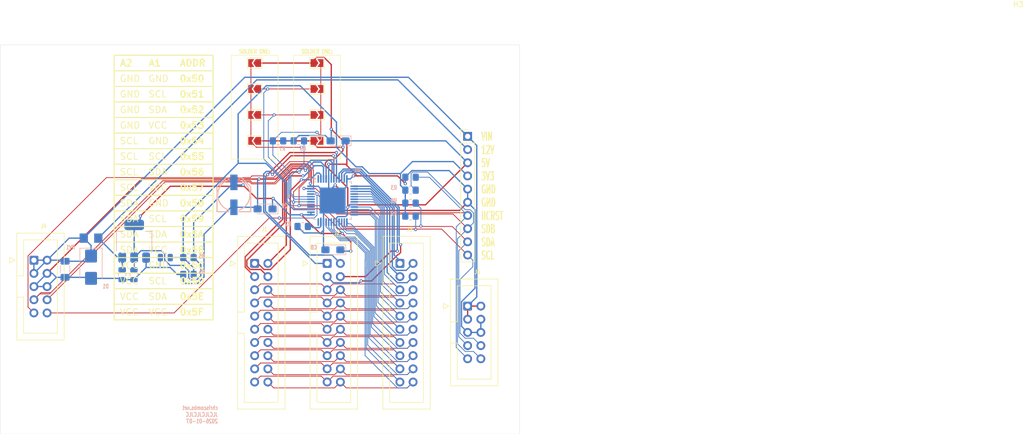
<source format=kicad_pcb>
(kicad_pcb (version 20241229) (generator "pcbnew") (generator_version "9.0")
  (title_block (date "2026-01-07") (company "Chris Combs"))
  (layers (0 "F.Cu" signal) (2 "B.Cu" signal) (13 "F.Paste" user) (15 "B.Paste" user) (5 "F.SilkS" user "F.Silkscreen") (7 "B.SilkS" user "B.Silkscreen") (1 "F.Mask" user) (3 "B.Mask" user) (25 "Edge.Cuts" user))
  (net 0 "")
  (net 1 "SRC_{00}")
  (net 2 "SINK_{00}")
  (net 3 "SRC_{01}")
  (net 4 "SRC_{02}")
  (net 5 "SRC_{03}")
  (net 6 "SRC_{04}")
  (net 7 "SRC_{05}")
  (net 8 "SRC_{06}")
  (net 9 "SRC_{07}")
  (net 10 "SRC_{08}")
  (net 11 "SRC_{09}")
  (net 12 "SRC_{10}")
  (net 13 "SRC_{11}")
  (net 14 "SRC_{12}")
  (net 15 "SRC_{13}")
  (net 16 "SRC_{14}")
  (net 17 "SRC_{15}")
  (net 18 "SINK_{01}")
  (net 19 "SINK_{02}")
  (net 20 "SINK_{03}")
  (net 21 "5V")
  (net 22 "GND")
  (net 23 "12V")
  (net 24 "3.3V")
  (net 25 "VIN")
  (net 26 "SINK_{07}")
  (net 27 "SINK_{06}")
  (net 28 "SINK_{05}")
  (net 29 "SINK_{04}")
  (net 30 "SINK_{11}")
  (net 31 "SINK_{09}")
  (net 32 "SINK_{10}")
  (net 33 "SINK_{08}")
  (net 34 "SDB")
  (net 35 "SDA")
  (net 36 "IICRST")
  (net 37 "SCL")
  (net 38 "/RSET")
  (net 39 "ADDR2")
  (net 40 "ADDR1")
  (footprint "Jumper:SolderJumper-2_P1.3mm_Open_TrianglePad1.0x1.5mm" (layer "F.Cu") (at 140 60)
    (property "Reference" "JP7" (hide yes))
    (property "Value" "ADDR1 SCL")
  )
  (footprint "Jumper:SolderJumper-2_P1.3mm_Open_TrianglePad1.0x1.5mm" (layer "F.Cu") (at 128 55 180)
    (property "Reference" "JP2" (hide yes))
    (property "Value" "ADDR2 SDA")
  )
  (footprint "Jumper:SolderJumper-2_P1.3mm_Open_TrianglePad1.0x1.5mm" (layer "F.Cu") (at 140 50)
    (property "Reference" "JP5" (hide yes))
    (property "Value" "ADDR1 GND")
  )
  (footprint "Connector_IDC:IDC-Header_2x10_P2.54mm_Vertical" (layer "F.Cu") (at 128 88.62)
    (property "Reference" "J1")
    (property "Value" "Panel1")
  )
  (footprint "MountingHole:MountingHole_3.2mm_M3" (layer "F.Cu") (at 84 51.5)
    (property "Reference" "H1" (hide yes))
    (property "Value" "MountingHole" (hide yes))
  )
  (footprint "Connector_IDC:IDC-Header_2x05_P2.54mm_Vertical" (layer "F.Cu") (at 85.5 88)
    (property "Reference" "J4")
    (property "Value" "IIC+12V")
  )
  (footprint "MountingHole:MountingHole_3.2mm_M3" (layer "F.Cu") (at 174 116.5)
    (property "Reference" "H3")
    (property "Value" "MountingHole" (hide yes))
  )
  (footprint "Jumper:SolderJumper-2_P1.3mm_Open_TrianglePad1.0x1.5mm" (layer "F.Cu") (at 128 60 180)
    (property "Reference" "JP3" (hide yes))
    (property "Value" "ADDR2 SCL")
  )
  (footprint "Connector_PinHeader_2.54mm:PinHeader_1x10_P2.54mm_Vertical" (layer "F.Cu") (at 169 64.14)
    (property "Reference" "J6" (hide yes))
    (property "Value" "Conn_01x10_Pin" (hide yes))
  )
  (footprint "Jumper:SolderJumper-2_P1.3mm_Open_TrianglePad1.0x1.5mm" (layer "F.Cu") (at 140 65)
    (property "Reference" "JP8" (hide yes))
    (property "Value" "ADDR1 VCC")
  )
  (footprint "Jumper:SolderJumper-2_P1.3mm_Open_TrianglePad1.0x1.5mm" (layer "F.Cu") (at 128 65 180)
    (property "Reference" "JP4" (hide yes))
    (property "Value" "ADDR VCC")
  )
  (footprint "Connector_IDC:IDC-Header_2x10_P2.54mm_Vertical" (layer "F.Cu") (at 141.96 88.62)
    (property "Reference" "J2")
    (property "Value" "Panel2")
  )
  (footprint "MountingHole:MountingHole_3.2mm_M3" (layer "F.Cu") (at 174 51.5)
    (property "Reference" "H2" (hide yes))
    (property "Value" "MountingHole" (hide yes))
  )
  (footprint "Jumper:SolderJumper-2_P1.3mm_Open_TrianglePad1.0x1.5mm" (layer "F.Cu") (at 140 55)
    (property "Reference" "JP6" (hide yes))
    (property "Value" "ADDR1 SDA")
  )
  (footprint "Connector_IDC:IDC-Header_2x05_P2.54mm_Vertical" (layer "F.Cu") (at 169 96.84)
    (property "Reference" "J5")
    (property "Value" "IIC+12V")
  )
  (footprint "Connector_IDC:IDC-Header_2x10_P2.54mm_Vertical" (layer "F.Cu") (at 155.96 88.62)
    (property "Reference" "J3")
    (property "Value" "Panel3")
  )
  (footprint "MountingHole:MountingHole_3.2mm_M3" (layer "F.Cu") (at 84 116.5)
    (property "Reference" "H4" (hide yes))
    (property "Value" "MountingHole" (hide yes))
  )
  (footprint "Jumper:SolderJumper-2_P1.3mm_Open_TrianglePad1.0x1.5mm" (layer "F.Cu") (at 128 50 180)
    (property "Reference" "JP1" (hide yes))
    (property "Value" "ADDR2 GND")
  )
  (footprint "Resistor_SMD:R_0805_2012Metric_Pad1.20x1.40mm_HandSolder" (layer "B.Cu") (at 158 74.5)
    (property "Reference" "R3")
    (property "Value" "20K")
  )
  (footprint "PCM_SparkFun-Capacitor:Panasonic_D" (layer "B.Cu") (at 124 75.4 90)
    (property "Reference" "C3")
    (property "Value" "100uF")
  )
  (footprint "Capacitor_Tantalum_SMD:CP_EIA-3216-10_Kemet-I_Pad1.58x1.35mm_HandSolder" (layer "B.Cu") (at 130 78.12 180)
    (property "Reference" "C9")
    (property "Value" "1uF" (hide yes))
  )
  (footprint "Resistor_SMD:R_0805_2012Metric_Pad1.20x1.40mm_HandSolder" (layer "B.Cu") (at 136.5 65 180)
    (property "Reference" "R6")
    (property "Value" "20K")
  )
  (footprint "Resistor_SMD:R_1206_3216Metric_Pad1.30x1.75mm_HandSolder" (layer "B.Cu") (at 91.5 89.75 -90)
    (property "Reference" "RV1")
    (property "Value" "18V MOV MVR1206-180G")
  )
  (footprint "Resistor_SMD:R_0805_2012Metric_Pad1.20x1.40mm_HandSolder" (layer "B.Cu") (at 115.25 87.5 180)
    (property "Reference" "R5")
    (property "Value" "10K")
  )
  (footprint "Capacitor_Tantalum_SMD:CP_EIA-3216-10_Kemet-I_Pad1.58x1.35mm_HandSolder" (layer "B.Cu") (at 144.0625 65 180)
    (property "Reference" "C7")
    (property "Value" "1uF")
  )
  (footprint "Diode_SMD:D_SMB" (layer "B.Cu") (at 96.5 89.35 -90)
    (property "Reference" "D1")
    (property "Value" "Zener 13V SMBJ5350B")
  )
  (footprint "PCM_SparkFun-Capacitor:C_0805_2012Metric" (layer "B.Cu") (at 110.8 87.5 180)
    (property "Reference" "C4")
    (property "Value" "1.0uF")
  )
  (footprint "PCM_SparkFun-Capacitor:C_0805_2012Metric" (layer "B.Cu") (at 104.75 90.8 -90)
    (property "Reference" "C1")
    (property "Value" "1.0uF")
  )
  (footprint "Resistor_SMD:R_0805_2012Metric_Pad1.20x1.40mm_HandSolder" (layer "B.Cu") (at 115.25 90.75 180)
    (property "Reference" "R4")
    (property "Value" "20K")
  )
  (footprint "Resistor_SMD:R_0805_2012Metric_Pad1.20x1.40mm_HandSolder" (layer "B.Cu") (at 137.25 81.5 180)
    (property "Reference" "R2")
    (property "Value" "20K")
  )
  (footprint "PCM_SparkFun-Capacitor:C_0805_2012Metric" (layer "B.Cu") (at 102.5 90.8 -90)
    (property "Reference" "C2")
    (property "Value" "1.0uF")
  )
  (footprint "PCM_SparkFun-Fuse:1206" (layer "B.Cu") (at 96.5 83.75)
    (property "Reference" "F1")
    (property "Value" "1206L050/15YR 15V/500mA PTC")
  )
  (footprint "PCM_SparkFun-Semiconductor-Standard:SOT-223-3_TabPin2" (layer "B.Cu") (at 104.8 84.35 90)
    (property "Reference" "U2")
    (property "Value" "AMS1117-5.0")
  )
  (footprint "Package_QFP:TQFP-48-1EP_7x7mm_P0.5mm_EP5x5mm" (layer "B.Cu") (at 143 76.5 -90)
    (property "Reference" "U1")
    (property "Value" "IS31FL3733-TQ")
  )
  (footprint "Resistor_SMD:R_0805_2012Metric_Pad1.20x1.40mm_HandSolder" (layer "B.Cu") (at 132.5 65)
    (property "Reference" "R7")
    (property "Value" "20K")
  )
  (footprint "Resistor_SMD:R_0805_2012Metric_Pad1.20x1.40mm_HandSolder" (layer "B.Cu") (at 158 79.5)
    (property "Reference" "R9")
    (property "Value" "20K")
  )
  (footprint "Capacitor_Tantalum_SMD:CP_EIA-3216-10_Kemet-I_Pad1.58x1.35mm_HandSolder" (layer "B.Cu") (at 143.0625 86 180)
    (property "Reference" "C8")
    (property "Value" "1uF")
  )
  (footprint "Resistor_SMD:R_0805_2012Metric_Pad1.20x1.40mm_HandSolder" (layer "B.Cu") (at 158 72 180)
    (property "Reference" "R1" (hide yes))
    (property "Value" "20K")
  )
  (footprint "Resistor_SMD:R_0805_2012Metric_Pad1.20x1.40mm_HandSolder" (layer "B.Cu") (at 158 77)
    (property "Reference" "R8")
    (property "Value" "20K")
  )
  (gr_rect (start 123.5 48.5) (end 132.5 68.5) (stroke (width 0.1)) (fill no) (layer "F.SilkS"))
  (gr_rect (start 135.5 48.5) (end 144.5 68.5) (stroke (width 0.1)) (fill no) (layer "F.SilkS"))
  (gr_rect (start 79 46.5) (end 179 121.5) (stroke (width 0.05)) (fill no) (layer "Edge.Cuts"))
  (gr_text "VIN\n12V\n5V\n3V3\nGND\nGND\nIICRST\nSDB\nSDA\nSCL" (at 171.5 88 0) (layer "F.SilkS") (effects (font (size 1.58 0.9) (thickness 1.25) (bold yes)) (justify left bottom)))
  (gr_text "SOLDER ONE:" (at 128 48.25 0) (layer "F.SilkS") (effects (font (size 0.8 0.6) (thickness 1.25) (bold yes)) (justify bottom)))
  (gr_text "SOLDER ONE:" (at 140 48.25 0) (layer "F.SilkS") (effects (font (size 0.8 0.6) (thickness 1.25) (bold yes)) (justify bottom)))
  (gr_text "chriscombs.net\nJLCJLCJLCJLC\n${ISSUE_DATE}" (at 121 119.5 0) (layer "B.SilkS") (effects (font (size 0.8 0.6) (thickness 1.25) (bold yes)) (justify left bottom mirror)))
  (table (column_count 3) (layer "F.SilkS") (border (external yes) (header yes) (stroke (width 0.2))) (separators (rows yes) (cols no) (stroke (width 0.2))) (column_widths 5.5 6 7.55) (row_heights 3 3 3 3 3 3 3 3 3 3 3 3 3 3 3 3 3) (cells (table_cell "A2" (start 100.95 48.5) (end 106.45 51.5) (margins 1.0025 1.0025 1.0025 1.0025) (span 1 1) (layer "F.SilkS") (effects (font (size 1.27 1.27) (thickness 0.254) (bold yes)) (justify left))) (table_cell "A1" (start 106.45 48.5) (end 112.45 51.5) (margins 1.0025 1.0025 1.0025 1.0025) (span 1 1) (layer "F.SilkS") (effects (font (size 1.27 1.27) (thickness 0.254) (bold yes)) (justify left))) (table_cell "ADDR" (start 112.45 48.5) (end 120 51.5) (margins 1.0025 1.0025 1.0025 1.0025) (span 1 1) (layer "F.SilkS") (effects (font (size 1.27 1.27) (thickness 0.254) (bold yes)) (justify left))) (table_cell "GND" (start 100.95 51.5) (end 106.45 54.5) (margins 1.0025 1.0025 1.0025 1.0025) (span 1 1) (layer "F.SilkS") (effects (font (size 1.27 1.27)) (justify left))) (table_cell "GND" (start 106.45 51.5) (end 112.45 54.5) (margins 1.0025 1.0025 1.0025 1.0025) (span 1 1) (layer "F.SilkS") (effects (font (size 1.27 1.27)) (justify left))) (table_cell "0x50" (start 112.45 51.5) (end 120 54.5) (margins 1.0025 1.0025 1.0025 1.0025) (span 1 1) (layer "F.SilkS") (effects (font (size 1.27 1.27) (thickness 0.254) (bold yes)) (justify left))) (table_cell "GND" (start 100.95 54.5) (end 106.45 57.5) (margins 1.0025 1.0025 1.0025 1.0025) (span 1 1) (layer "F.SilkS") (effects (font (size 1.27 1.27)) (justify left))) (table_cell "SCL" (start 106.45 54.5) (end 112.45 57.5) (margins 1.0025 1.0025 1.0025 1.0025) (span 1 1) (layer "F.SilkS") (effects (font (size 1.27 1.27)) (justify left))) (table_cell "0x51" (start 112.45 54.5) (end 120 57.5) (margins 1.0025 1.0025 1.0025 1.0025) (span 1 1) (layer "F.SilkS") (effects (font (size 1.27 1.27) (thickness 0.254) (bold yes)) (justify left))) (table_cell "GND" (start 100.95 57.5) (end 106.45 60.5) (margins 1.0025 1.0025 1.0025 1.0025) (span 1 1) (layer "F.SilkS") (effects (font (size 1.27 1.27)) (justify left))) (table_cell "SDA" (start 106.45 57.5) (end 112.45 60.5) (margins 1.0025 1.0025 1.0025 1.0025) (span 1 1) (layer "F.SilkS") (effects (font (size 1.27 1.27)) (justify left))) (table_cell "0x52" (start 112.45 57.5) (end 120 60.5) (margins 1.0025 1.0025 1.0025 1.0025) (span 1 1) (layer "F.SilkS") (effects (font (size 1.27 1.27) (thickness 0.254) (bold yes)) (justify left))) (table_cell "GND" (start 100.95 60.5) (end 106.45 63.5) (margins 1.0025 1.0025 1.0025 1.0025) (span 1 1) (layer "F.SilkS") (effects (font (size 1.27 1.27)) (justify left))) (table_cell "VCC" (start 106.45 60.5) (end 112.45 63.5) (margins 1.0025 1.0025 1.0025 1.0025) (span 1 1) (layer "F.SilkS") (effects (font (size 1.27 1.27)) (justify left))) (table_cell "0x53" (start 112.45 60.5) (end 120 63.5) (margins 1.0025 1.0025 1.0025 1.0025) (span 1 1) (layer "F.SilkS") (effects (font (size 1.27 1.27) (thickness 0.254) (bold yes)) (justify left))) (table_cell "SCL" (start 100.95 63.5) (end 106.45 66.5) (margins 1.0025 1.0025 1.0025 1.0025) (span 1 1) (layer "F.SilkS") (effects (font (size 1.27 1.27)) (justify left))) (table_cell "GND" (start 106.45 63.5) (end 112.45 66.5) (margins 1.0025 1.0025 1.0025 1.0025) (span 1 1) (layer "F.SilkS") (effects (font (size 1.27 1.27)) (justify left))) (table_cell "0x54" (start 112.45 63.5) (end 120 66.5) (margins 1.0025 1.0025 1.0025 1.0025) (span 1 1) (layer "F.SilkS") (effects (font (size 1.27 1.27) (thickness 0.254) (bold yes)) (justify left))) (table_cell "SCL" (start 100.95 66.5) (end 106.45 69.5) (margins 1.0025 1.0025 1.0025 1.0025) (span 1 1) (layer "F.SilkS") (effects (font (size 1.27 1.27)) (justify left))) (table_cell "SCL" (start 106.45 66.5) (end 112.45 69.5) (margins 1.0025 1.0025 1.0025 1.0025) (span 1 1) (layer "F.SilkS") (effects (font (size 1.27 1.27)) (justify left))) (table_cell "0x55" (start 112.45 66.5) (end 120 69.5) (margins 1.0025 1.0025 1.0025 1.0025) (span 1 1) (layer "F.SilkS") (effects (font (size 1.27 1.27) (thickness 0.254) (bold yes)) (justify left))) (table_cell "SCL" (start 100.95 69.5) (end 106.45 72.5) (margins 1.0025 1.0025 1.0025 1.0025) (span 1 1) (layer "F.SilkS") (effects (font (size 1.27 1.27)) (justify left))) (table_cell "SDA" (start 106.45 69.5) (end 112.45 72.5) (margins 1.0025 1.0025 1.0025 1.0025) (span 1 1) (layer "F.SilkS") (effects (font (size 1.27 1.27)) (justify left))) (table_cell "0x56" (start 112.45 69.5) (end 120 72.5) (margins 1.0025 1.0025 1.0025 1.0025) (span 1 1) (layer "F.SilkS") (effects (font (size 1.27 1.27) (thickness 0.254) (bold yes)) (justify left))) (table_cell "SCL" (start 100.95 72.5) (end 106.45 75.5) (margins 1.0025 1.0025 1.0025 1.0025) (span 1 1) (layer "F.SilkS") (effects (font (size 1.27 1.27)) (justify left))) (table_cell "VCC" (start 106.45 72.5) (end 112.45 75.5) (margins 1.0025 1.0025 1.0025 1.0025) (span 1 1) (layer "F.SilkS") (effects (font (size 1.27 1.27)) (justify left))) (table_cell "0x57" (start 112.45 72.5) (end 120 75.5) (margins 1.0025 1.0025 1.0025 1.0025) (span 1 1) (layer "F.SilkS") (effects (font (size 1.27 1.27) (thickness 0.254) (bold yes)) (justify left))) (table_cell "SDA" (start 100.95 75.5) (end 106.45 78.5) (margins 1.0025 1.0025 1.0025 1.0025) (span 1 1) (layer "F.SilkS") (effects (font (size 1.27 1.27)) (justify left))) (table_cell "GND" (start 106.45 75.5) (end 112.45 78.5) (margins 1.0025 1.0025 1.0025 1.0025) (span 1 1) (layer "F.SilkS") (effects (font (size 1.27 1.27)) (justify left))) (table_cell "0x58" (start 112.45 75.5) (end 120 78.5) (margins 1.0025 1.0025 1.0025 1.0025) (span 1 1) (layer "F.SilkS") (effects (font (size 1.27 1.27) (thickness 0.254) (bold yes)) (justify left))) (table_cell "SDA" (start 100.95 78.5) (end 106.45 81.5) (margins 1.0025 1.0025 1.0025 1.0025) (span 1 1) (layer "F.SilkS") (effects (font (size 1.27 1.27)) (justify left))) (table_cell "SCL" (start 106.45 78.5) (end 112.45 81.5) (margins 1.0025 1.0025 1.0025 1.0025) (span 1 1) (layer "F.SilkS") (effects (font (size 1.27 1.27)) (justify left))) (table_cell "0x59" (start 112.45 78.5) (end 120 81.5) (margins 1.0025 1.0025 1.0025 1.0025) (span 1 1) (layer "F.SilkS") (effects (font (size 1.27 1.27) (thickness 0.254) (bold yes)) (justify left))) (table_cell "SDA" (start 100.95 81.5) (end 106.45 84.5) (margins 1.0025 1.0025 1.0025 1.0025) (span 1 1) (layer "F.SilkS") (effects (font (size 1.27 1.27)) (justify left))) (table_cell "SDA" (start 106.45 81.5) (end 112.45 84.5) (margins 1.0025 1.0025 1.0025 1.0025) (span 1 1) (layer "F.SilkS") (effects (font (size 1.27 1.27)) (justify left))) (table_cell "0x5A" (start 112.45 81.5) (end 120 84.5) (margins 1.0025 1.0025 1.0025 1.0025) (span 1 1) (layer "F.SilkS") (effects (font (size 1.27 1.27) (thickness 0.254) (bold yes)) (justify left))) (table_cell "SDA" (start 100.95 84.5) (end 106.45 87.5) (margins 1.0025 1.0025 1.0025 1.0025) (span 1 1) (layer "F.SilkS") (effects (font (size 1.27 1.27)) (justify left))) (table_cell "VCC" (start 106.45 84.5) (end 112.45 87.5) (margins 1.0025 1.0025 1.0025 1.0025) (span 1 1) (layer "F.SilkS") (effects (font (size 1.27 1.27)) (justify left))) (table_cell "0x5B" (start 112.45 84.5) (end 120 87.5) (margins 1.0025 1.0025 1.0025 1.0025) (span 1 1) (layer "F.SilkS") (effects (font (size 1.27 1.27) (thickness 0.254) (bold yes)) (justify left))) (table_cell "VCC" (start 100.95 87.5) (end 106.45 90.5) (margins 1.0025 1.0025 1.0025 1.0025) (span 1 1) (layer "F.SilkS") (effects (font (size 1.27 1.27)) (justify left))) (table_cell "GND" (start 106.45 87.5) (end 112.45 90.5) (margins 1.0025 1.0025 1.0025 1.0025) (span 1 1) (layer "F.SilkS") (effects (font (size 1.27 1.27)) (justify left))) (table_cell "0x5C" (start 112.45 87.5) (end 120 90.5) (margins 1.0025 1.0025 1.0025 1.0025) (span 1 1) (layer "F.SilkS") (effects (font (size 1.27 1.27) (thickness 0.254) (bold yes)) (justify left))) (table_cell "VCC" (start 100.95 90.5) (end 106.45 93.5) (margins 1.0025 1.0025 1.0025 1.0025) (span 1 1) (layer "F.SilkS") (effects (font (size 1.27 1.27)) (justify left))) (table_cell "SCL" (start 106.45 90.5) (end 112.45 93.5) (margins 1.0025 1.0025 1.0025 1.0025) (span 1 1) (layer "F.SilkS") (effects (font (size 1.27 1.27)) (justify left))) (table_cell "0x5D" (start 112.45 90.5) (end 120 93.5) (margins 1.0025 1.0025 1.0025 1.0025) (span 1 1) (layer "F.SilkS") (effects (font (size 1.27 1.27) (thickness 0.254) (bold yes)) (justify left))) (table_cell "VCC" (start 100.95 93.5) (end 106.45 96.5) (margins 1.0025 1.0025 1.0025 1.0025) (span 1 1) (layer "F.SilkS") (effects (font (size 1.27 1.27)) (justify left))) (table_cell "SDA" (start 106.45 93.5) (end 112.45 96.5) (margins 1.0025 1.0025 1.0025 1.0025) (span 1 1) (layer "F.SilkS") (effects (font (size 1.27 1.27)) (justify left))) (table_cell "0x5E" (start 112.45 93.5) (end 120 96.5) (margins 1.0025 1.0025 1.0025 1.0025) (span 1 1) (layer "F.SilkS") (effects (font (size 1.27 1.27) (thickness 0.254) (bold yes)) (justify left))) (table_cell "VCC" (start 100.95 96.5) (end 106.45 99.5) (margins 1.0025 1.0025 1.0025 1.0025) (span 1 1) (layer "F.SilkS") (effects (font (size 1.27 1.27)) (justify left))) (table_cell "VCC" (start 106.45 96.5) (end 112.45 99.5) (margins 1.0025 1.0025 1.0025 1.0025) (span 1 1) (layer "F.SilkS") (effects (font (size 1.27 1.27)) (justify left))) (table_cell "0x5F" (start 112.45 96.5) (end 120 99.5) (margins 1.0025 1.0025 1.0025 1.0025) (span 1 1) (layer "F.SilkS") (effects (font (size 1.27 1.27) (thickness 0.254) (bold yes)) (justify left)))))
  (segment (start 140.834 92.574) (end 129.126 92.574) (width 0.15) (layer "F.Cu") (net 1))
  (segment (start 141.96 93.7) (end 140.834 92.574) (width 0.15) (layer "F.Cu") (net 1))
  (segment (start 154.834 92.574) (end 143.086 92.574) (width 0.15) (layer "F.Cu") (net 1))
  (segment (start 129.126 92.574) (end 128 93.7) (width 0.15) (layer "F.Cu") (net 1))
  (segment (start 155.96 93.7) (end 154.834 92.574) (width 0.15) (layer "F.Cu") (net 1))
  (segment (start 143.086 92.574) (end 141.96 93.7) (width 0.15) (layer "F.Cu") (net 1))
  (segment (start 155.96 93.7) (end 153 90.74) (width 0.15) (layer "B.Cu") (net 1))
  (segment (start 150.43165 75.25) (end 147.1625 75.25) (width 0.15) (layer "B.Cu") (net 1))
  (segment (start 153 90.74) (end 153 77.81835) (width 0.15) (layer "B.Cu") (net 1))
  (segment (start 153 77.81835) (end 150.43165 75.25) (width 0.15) (layer "B.Cu") (net 1))
  (segment (start 134.855833 74.644167) (end 137 72.5) (width 0.25) (layer "F.Cu") (net 2))
  (segment (start 129.796 89.796) (end 131.027116 89.796) (width 0.25) (layer "F.Cu") (net 2))
  (segment (start 128 88.62) (end 128.62 88.62) (width 0.25) (layer "F.Cu") (net 2))
  (segment (start 134.855833 85.967283) (end 134.855833 74.644167) (width 0.25) (layer "F.Cu") (net 2))
  (segment (start 128.62 88.62) (end 129.796 89.796) (width 0.25) (layer "F.Cu") (net 2))
  (segment (start 131.027116 89.796) (end 134.855833 85.967283) (width 0.25) (layer "F.Cu") (net 2))
  (via (at 137 72.5) (size 0.6) (drill 0.3) (layers "F.Cu" "B.Cu") (net 2))
  (segment (start 140.427161 71.207983) (end 139.986925 71.207983) (width 0.25) (layer "B.Cu") (net 2))
  (segment (start 138.694908 72.5) (end 139.986925 71.207983) (width 0.25) (layer "B.Cu") (net 2))
  (segment (start 137 72.5) (end 138.694908 72.5) (width 0.25) (layer "B.Cu") (net 2))
  (segment (start 140.75 71.530822) (end 140.427161 71.207983) (width 0.25) (layer "B.Cu") (net 2))
  (segment (start 140.75 72.3375) (end 140.75 71.530822) (width 0.25) (layer "B.Cu") (net 2))
  (segment (start 145.626 94.826) (end 157.374 94.826) (width 0.15) (layer "F.Cu") (net 3))
  (segment (start 131.666 94.826) (end 143.374 94.826) (width 0.15) (layer "F.Cu") (net 3))
  (segment (start 144.5 93.7) (end 145.626 94.826) (width 0.15) (layer "F.Cu") (net 3))
  (segment (start 130.54 93.7) (end 131.666 94.826) (width 0.15) (layer "F.Cu") (net 3))
  (segment (start 157.374 94.826) (end 158.5 93.7) (width 0.15) (layer "F.Cu") (net 3))
  (segment (start 143.374 94.826) (end 144.5 93.7) (width 0.15) (layer "F.Cu") (net 3))
  (segment (start 147.1625 75.75) (end 150.590825 75.75) (width 0.15) (layer "B.Cu") (net 3))
  (segment (start 152.75 92.082405) (end 155.493595 94.826) (width 0.15) (layer "B.Cu") (net 3))
  (segment (start 150.590825 75.75) (end 152.75 77.909175) (width 0.15) (layer "B.Cu") (net 3))
  (segment (start 155.493595 94.826) (end 157.374 94.826) (width 0.15) (layer "B.Cu") (net 3))
  (segment (start 157.374 94.826) (end 158.5 93.7) (width 0.15) (layer "B.Cu") (net 3))
  (segment (start 152.75 77.909175) (end 152.75 92.082405) (width 0.15) (layer "B.Cu") (net 3))
  (segment (start 141.96 96.24) (end 140.834 95.114) (width 0.15) (layer "F.Cu") (net 4))
  (segment (start 143.086 95.114) (end 141.96 96.24) (width 0.15) (layer "F.Cu") (net 4))
  (segment (start 129.126 95.114) (end 128 96.24) (width 0.15) (layer "F.Cu") (net 4))
  (segment (start 140.834 95.114) (end 129.126 95.114) (width 0.15) (layer "F.Cu") (net 4))
  (segment (start 154.834 95.114) (end 143.086 95.114) (width 0.15) (layer "F.Cu") (net 4))
  (segment (start 155.96 96.24) (end 154.834 95.114) (width 0.15) (layer "F.Cu") (net 4))
  (segment (start 150.75 76.25) (end 152.5 78) (width 0.15) (layer "B.Cu") (net 4))
  (segment (start 153.985 94.235) (end 152.5 92.75) (width 0.15) (layer "B.Cu") (net 4))
  (segment (start 153.985 94.265) (end 155.96 96.24) (width 0.15) (layer "B.Cu") (net 4))
  (segment (start 152.5 78) (end 152.5 92.75) (width 0.15) (layer "B.Cu") (net 4))
  (segment (start 147.1625 76.25) (end 150.75 76.25) (width 0.15) (layer "B.Cu") (net 4))
  (segment (start 153.985 94.265) (end 153.985 94.235) (width 0.15) (layer "B.Cu") (net 4))
  (segment (start 144.5 96.24) (end 143.374 97.366) (width 0.15) (layer "F.Cu") (net 5))
  (segment (start 157.374 97.366) (end 158.5 96.24) (width 0.15) (layer "F.Cu") (net 5))
  (segment (start 143.374 97.366) (end 131.666 97.366) (width 0.15) (layer "F.Cu") (net 5))
  (segment (start 144.5 96.24) (end 145.626 97.366) (width 0.15) (layer "F.Cu") (net 5))
  (segment (start 145.626 97.366) (end 157.374 97.366) (width 0.15) (layer "F.Cu") (net 5))
  (segment (start 131.666 97.366) (end 130.54 96.24) (width 0.15) (layer "F.Cu") (net 5))
  (segment (start 157.374 97.366) (end 158.5 96.24) (width 0.15) (layer "B.Cu") (net 5))
  (segment (start 147.1625 76.75) (end 150.909174 76.75) (width 0.15) (layer "B.Cu") (net 5))
  (segment (start 152.25 94.122405) (end 155.493595 97.366) (width 0.15) (layer "B.Cu") (net 5))
  (segment (start 150.909174 76.75) (end 152.25 78.090826) (width 0.15) (layer "B.Cu") (net 5))
  (segment (start 155.493595 97.366) (end 157.374 97.366) (width 0.15) (layer "B.Cu") (net 5))
  (segment (start 152.25 78.090826) (end 152.25 94.122405) (width 0.15) (layer "B.Cu") (net 5))
  (segment (start 140.834 97.654) (end 141.96 98.78) (width 0.15) (layer "F.Cu") (net 6))
  (segment (start 129.126 97.654) (end 140.834 97.654) (width 0.15) (layer "F.Cu") (net 6))
  (segment (start 128 98.78) (end 129.126 97.654) (width 0.15) (layer "F.Cu") (net 6))
  (segment (start 154.834 97.654) (end 155.96 98.78) (width 0.15) (layer "F.Cu") (net 6))
  (segment (start 143.086 97.654) (end 154.834 97.654) (width 0.15) (layer "F.Cu") (net 6))
  (segment (start 141.96 98.78) (end 143.086 97.654) (width 0.15) (layer "F.Cu") (net 6))
  (segment (start 147.1625 77.75) (end 150.25 77.75) (width 0.15) (layer "B.Cu") (net 6))
  (segment (start 152.009 79.509) (end 152.009 94.829) (width 0.15) (layer "B.Cu") (net 6))
  (segment (start 152.009 94.829) (end 155.96 98.78) (width 0.15) (layer "B.Cu") (net 6))
  (segment (start 150.25 77.75) (end 152.009 79.509) (width 0.15) (layer "B.Cu") (net 6))
  (segment (start 131.666 99.906) (end 130.54 98.78) (width 0.15) (layer "F.Cu") (net 7))
  (segment (start 144.5 98.78) (end 143.374 99.906) (width 0.15) (layer "F.Cu") (net 7))
  (segment (start 143.374 99.906) (end 131.666 99.906) (width 0.15) (layer "F.Cu") (net 7))
  (segment (start 145.626 99.906) (end 144.5 98.78) (width 0.15) (layer "F.Cu") (net 7))
  (segment (start 157.374 99.906) (end 145.626 99.906) (width 0.15) (layer "F.Cu") (net 7))
  (segment (start 158.5 98.78) (end 157.374 99.906) (width 0.15) (layer "F.Cu") (net 7))
  (segment (start 151.768 80.018) (end 151.768 96.180405) (width 0.15) (layer "B.Cu") (net 7))
  (segment (start 147.1625 78.25) (end 150 78.25) (width 0.15) (layer "B.Cu") (net 7))
  (segment (start 157.374 99.906) (end 158.5 98.78) (width 0.15) (layer "B.Cu") (net 7))
  (segment (start 150 78.25) (end 151.768 80.018) (width 0.15) (layer "B.Cu") (net 7))
  (segment (start 151.768 96.180405) (end 155.493595 99.906) (width 0.15) (layer "B.Cu") (net 7))
  (segment (start 155.493595 99.906) (end 157.374 99.906) (width 0.15) (layer "B.Cu") (net 7))
  (segment (start 140.834 100.194) (end 141.96 101.32) (width 0.15) (layer "F.Cu") (net 8))
  (segment (start 141.96 101.32) (end 143.086 100.194) (width 0.15) (layer "F.Cu") (net 8))
  (segment (start 154.834 100.194) (end 155.96 101.32) (width 0.15) (layer "F.Cu") (net 8))
  (segment (start 129.126 100.194) (end 140.834 100.194) (width 0.15) (layer "F.Cu") (net 8))
  (segment (start 128 101.32) (end 129.126 100.194) (width 0.15) (layer "F.Cu") (net 8))
  (segment (start 143.086 100.194) (end 154.834 100.194) (width 0.15) (layer "F.Cu") (net 8))
  (segment (start 150.159174 78.75) (end 151.454587 80.045413) (width 0.15) (layer "B.Cu") (net 8))
  (segment (start 151.454587 96.814587) (end 155.96 101.32) (width 0.15) (layer "B.Cu") (net 8))
  (segment (start 147.1625 78.75) (end 150.159174 78.75) (width 0.15) (layer "B.Cu") (net 8))
  (segment (start 151.454587 80.045413) (end 151.454587 96.814587) (width 0.15) (layer "B.Cu") (net 8))
  (segment (start 157.374 102.446) (end 145.626 102.446) (width 0.15) (layer "F.Cu") (net 9))
  (segment (start 158.5 101.32) (end 157.374 102.446) (width 0.15) (layer "F.Cu") (net 9))
  (segment (start 143.374 102.446) (end 144.5 101.32) (width 0.15) (layer "F.Cu") (net 9))
  (segment (start 131.666 102.446) (end 143.374 102.446) (width 0.15) (layer "F.Cu") (net 9))
  (segment (start 145.626 102.446) (end 144.5 101.32) (width 0.15) (layer "F.Cu") (net 9))
  (segment (start 130.54 101.32) (end 131.666 102.446) (width 0.15) (layer "F.Cu") (net 9))
  (segment (start 150.25 79.25) (end 151.213587 80.213587) (width 0.15) (layer "B.Cu") (net 9))
  (segment (start 147.1625 79.25) (end 150.25 79.25) (width 0.15) (layer "B.Cu") (net 9))
  (segment (start 155.493595 102.446) (end 157.374 102.446) (width 0.15) (layer "B.Cu") (net 9))
  (segment (start 157.374 102.446) (end 158.5 101.32) (width 0.15) (layer "B.Cu") (net 9))
  (segment (start 151.213587 80.213587) (end 151.213587 98.165992) (width 0.15) (layer "B.Cu") (net 9))
  (segment (start 151.213587 98.165992) (end 155.493595 102.446) (width 0.15) (layer "B.Cu") (net 9))
  (segment (start 143.086 102.734) (end 154.834 102.734) (width 0.15) (layer "F.Cu") (net 10))
  (segment (start 154.834 102.734) (end 155.96 103.86) (width 0.15) (layer "F.Cu") (net 10))
  (segment (start 128 103.86) (end 129.126 102.734) (width 0.15) (layer "F.Cu") (net 10))
  (segment (start 141.96 103.86) (end 143.086 102.734) (width 0.15) (layer "F.Cu") (net 10))
  (segment (start 140.834 102.734) (end 141.96 103.86) (width 0.15) (layer "F.Cu") (net 10))
  (segment (start 129.126 102.734) (end 140.834 102.734) (width 0.15) (layer "F.Cu") (net 10))
  (segment (start 150.972587 85.472587) (end 146.5 81) (width 0.15) (layer "B.Cu") (net 10))
  (segment (start 146.0875 81) (end 145.75 80.6625) (width 0.15) (layer "B.Cu") (net 10))
  (segment (start 146.5 81) (end 146.0875 81) (width 0.15) (layer "B.Cu") (net 10))
  (segment (start 150.972587 98.872587) (end 150.972587 85.472587) (width 0.15) (layer "B.Cu") (net 10))
  (segment (start 155.96 103.86) (end 150.972587 98.872587) (width 0.15) (layer "B.Cu") (net 10))
  (segment (start 144.5 103.86) (end 143.374 104.986) (width 0.15) (layer "F.Cu") (net 11))
  (segment (start 145.626 104.986) (end 144.5 103.86) (width 0.15) (layer "F.Cu") (net 11))
  (segment (start 143.374 104.986) (end 131.666 104.986) (width 0.15) (layer "F.Cu") (net 11))
  (segment (start 157.374 104.986) (end 145.626 104.986) (width 0.15) (layer "F.Cu") (net 11))
  (segment (start 131.666 104.986) (end 130.54 103.86) (width 0.15) (layer "F.Cu") (net 11))
  (segment (start 158.5 103.86) (end 157.374 104.986) (width 0.15) (layer "F.Cu") (net 11))
  (segment (start 146.954587 81.795413) (end 150.731587 85.572413) (width 0.15) (layer "B.Cu") (net 11))
  (segment (start 150.731587 85.572413) (end 150.731587 100.223992) (width 0.15) (layer "B.Cu") (net 11))
  (segment (start 157.374 104.986) (end 158.5 103.86) (width 0.15) (layer "B.Cu") (net 11))
  (segment (start 145.25 81.5) (end 145.545413 81.795413) (width 0.15) (layer "B.Cu") (net 11))
  (segment (start 150.731587 100.223992) (end 155.493595 104.986) (width 0.15) (layer "B.Cu") (net 11))
  (segment (start 145.25 80.6625) (end 145.25 81.5) (width 0.15) (layer "B.Cu") (net 11))
  (segment (start 155.493595 104.986) (end 157.374 104.986) (width 0.15) (layer "B.Cu") (net 11))
  (segment (start 145.545413 81.795413) (end 146.954587 81.795413) (width 0.15) (layer "B.Cu") (net 11))
  (segment (start 129.126 105.274) (end 140.834 105.274) (width 0.15) (layer "F.Cu") (net 12))
  (segment (start 143.086 105.274) (end 154.834 105.274) (width 0.15) (layer "F.Cu") (net 12))
  (segment (start 141.96 106.4) (end 143.086 105.274) (width 0.15) (layer "F.Cu") (net 12))
  (segment (start 128 106.4) (end 129.126 105.274) (width 0.15) (layer "F.Cu") (net 12))
  (segment (start 140.834 105.274) (end 141.96 106.4) (width 0.15) (layer "F.Cu") (net 12))
  (segment (start 154.834 105.274) (end 155.96 106.4) (width 0.15) (layer "F.Cu") (net 12))
  (segment (start 150.490587 100.930587) (end 155.96 106.4) (width 0.15) (layer "B.Cu") (net 12))
  (segment (start 150.490587 85.672239) (end 150.490587 100.930587) (width 0.15) (layer "B.Cu") (net 12))
  (segment (start 144.75 81.399999) (end 145.690827 82.340826) (width 0.15) (layer "B.Cu") (net 12))
  (segment (start 147.159174 82.340826) (end 150.490587 85.672239) (width 0.15) (layer "B.Cu") (net 12))
  (segment (start 145.690827 82.340826) (end 147.159174 82.340826) (width 0.15) (layer "B.Cu") (net 12))
  (segment (start 144.75 80.6625) (end 144.75 81.399999) (width 0.15) (layer "B.Cu") (net 12))
  (segment (start 157.374 107.526) (end 145.626 107.526) (width 0.15) (layer "F.Cu") (net 13))
  (segment (start 130.54 106.4) (end 131.666 107.526) (width 0.15) (layer "F.Cu") (net 13))
  (segment (start 143.374 107.526) (end 144.5 106.4) (width 0.15) (layer "F.Cu") (net 13))
  (segment (start 145.626 107.526) (end 144.5 106.4) (width 0.15) (layer "F.Cu") (net 13))
  (segment (start 131.666 107.526) (end 143.374 107.526) (width 0.15) (layer "F.Cu") (net 13))
  (segment (start 158.5 106.4) (end 157.374 107.526) (width 0.15) (layer "F.Cu") (net 13))
  (segment (start 144.25 80.6625) (end 144.25 81.399999) (width 0.15) (layer "B.Cu") (net 13))
  (segment (start 144.25 81.399999) (end 145.73624 82.886239) (width 0.15) (layer "B.Cu") (net 13))
  (segment (start 150.249587 102.281992) (end 155.493595 107.526) (width 0.15) (layer "B.Cu") (net 13))
  (segment (start 157.374 107.526) (end 158.5 106.4) (width 0.15) (layer "B.Cu") (net 13))
  (segment (start 150.249587 85.772065) (end 150.249587 102.281992) (width 0.15) (layer "B.Cu") (net 13))
  (segment (start 155.493595 107.526) (end 157.374 107.526) (width 0.15) (layer "B.Cu") (net 13))
  (segment (start 145.73624 82.886239) (end 147.363761 82.886239) (width 0.15) (layer "B.Cu") (net 13))
  (segment (start 147.363761 82.886239) (end 150.249587 85.772065) (width 0.15) (layer "B.Cu") (net 13))
  (segment (start 154.834 107.814) (end 155.96 108.94) (width 0.15) (layer "F.Cu") (net 14))
  (segment (start 140.834 107.814) (end 141.96 108.94) (width 0.15) (layer "F.Cu") (net 14))
  (segment (start 141.96 108.94) (end 143.086 107.814) (width 0.15) (layer "F.Cu") (net 14))
  (segment (start 128 108.94) (end 129.126 107.814) (width 0.15) (layer "F.Cu") (net 14))
  (segment (start 129.126 107.814) (end 140.834 107.814) (width 0.15) (layer "F.Cu") (net 14))
  (segment (start 143.086 107.814) (end 154.834 107.814) (width 0.15) (layer "F.Cu") (net 14))
  (segment (start 147.25 83.5) (end 150.008587 86.258587) (width 0.15) (layer "B.Cu") (net 14))
  (segment (start 144.72224 83.5) (end 143.25 82.02776) (width 0.15) (layer "B.Cu") (net 14))
  (segment (start 150.008587 86.258587) (end 150.008587 102.988587) (width 0.15) (layer "B.Cu") (net 14))
  (segment (start 143.25 80.6625) (end 143.25 82.02776) (width 0.15) (layer "B.Cu") (net 14))
  (segment (start 144.72224 83.5) (end 147.25 83.5) (width 0.15) (layer "B.Cu") (net 14))
  (segment (start 150.008587 102.988587) (end 155.96 108.94) (width 0.15) (layer "B.Cu") (net 14))
  (segment (start 144.5 108.94) (end 143.374 110.066) (width 0.15) (layer "F.Cu") (net 15))
  (segment (start 143.374 110.066) (end 131.666 110.066) (width 0.15) (layer "F.Cu") (net 15))
  (segment (start 131.666 110.066) (end 130.54 108.94) (width 0.15) (layer "F.Cu") (net 15))
  (segment (start 145.626 110.066) (end 144.5 108.94) (width 0.15) (layer "F.Cu") (net 15))
  (segment (start 158.5 108.94) (end 157.374 110.066) (width 0.15) (layer "F.Cu") (net 15))
  (segment (start 157.374 110.066) (end 145.626 110.066) (width 0.15) (layer "F.Cu") (net 15))
  (segment (start 147.159174 83.75) (end 144.631415 83.75) (width 0.15) (layer "B.Cu") (net 15))
  (segment (start 149.767587 86.358413) (end 147.159174 83.75) (width 0.15) (layer "B.Cu") (net 15))
  (segment (start 149.767587 104.339992) (end 149.767587 86.358413) (width 0.15) (layer "B.Cu") (net 15))
  (segment (start 144.631415 83.75) (end 142.75 81.868585) (width 0.15) (layer "B.Cu") (net 15))
  (segment (start 155.493595 110.066) (end 149.767587 104.339992) (width 0.15) (layer "B.Cu") (net 15))
  (segment (start 157.374 110.066) (end 155.493595 110.066) (width 0.15) (layer "B.Cu") (net 15))
  (segment (start 142.75 81.868585) (end 142.75 80.6625) (width 0.15) (layer "B.Cu") (net 15))
  (segment (start 158.5 108.94) (end 157.374 110.066) (width 0.15) (layer "B.Cu") (net 15))
  (segment (start 154.834 110.354) (end 155.96 111.48) (width 0.15) (layer "F.Cu") (net 16))
  (segment (start 141.96 111.48) (end 143.086 110.354) (width 0.15) (layer "F.Cu") (net 16))
  (segment (start 128 111.48) (end 129.126 110.354) (width 0.15) (layer "F.Cu") (net 16))
  (segment (start 143.086 110.354) (end 154.834 110.354) (width 0.15) (layer "F.Cu") (net 16))
  (segment (start 140.834 110.354) (end 141.96 111.48) (width 0.15) (layer "F.Cu") (net 16))
  (segment (start 129.126 110.354) (end 140.834 110.354) (width 0.15) (layer "F.Cu") (net 16))
  (segment (start 149.526587 89.473413) (end 149.5 89.5) (width 0.15) (layer "B.Cu") (net 16))
  (segment (start 149.5 89.5) (end 149.5 105.02) (width 0.15) (layer "B.Cu") (net 16))
  (segment (start 144.531589 83.991) (end 147 83.991) (width 0.15) (layer "B.Cu") (net 16))
  (segment (start 142.25 80.6625) (end 142.25 81.709411) (width 0.15) (layer "B.Cu") (net 16))
  (segment (start 142.25 81.709411) (end 144.531589 83.991) (width 0.15) (layer "B.Cu") (net 16))
  (segment (start 147 83.991) (end 149.526587 86.517587) (width 0.15) (layer "B.Cu") (net 16))
  (segment (start 149.5 105.02) (end 155.96 111.48) (width 0.15) (layer "B.Cu") (net 16))
  (segment (start 149.526587 86.517587) (end 149.526587 89.473413) (width 0.15) (layer "B.Cu") (net 16))
  (segment (start 144.5 111.48) (end 143.374 112.606) (width 0.15) (layer "F.Cu") (net 17))
  (segment (start 131.666 112.606) (end 130.54 111.48) (width 0.15) (layer "F.Cu") (net 17))
  (segment (start 158.5 111.48) (end 157.374 112.606) (width 0.15) (layer "F.Cu") (net 17))
  (segment (start 157.374 112.606) (end 145.626 112.606) (width 0.15) (layer "F.Cu") (net 17))
  (segment (start 145.626 112.606) (end 144.5 111.48) (width 0.15) (layer "F.Cu") (net 17))
  (segment (start 143.374 112.606) (end 131.666 112.606) (width 0.15) (layer "F.Cu") (net 17))
  (segment (start 149.259 106.371405) (end 155.493595 112.606) (width 0.15) (layer "B.Cu") (net 17))
  (segment (start 141.75 81.550236) (end 144.449764 84.25) (width 0.15) (layer "B.Cu") (net 17))
  (segment (start 144.449764 84.25) (end 146.918174 84.25) (width 0.15) (layer "B.Cu") (net 17))
  (segment (start 155.493595 112.606) (end 157.374 112.606) (width 0.15) (layer "B.Cu") (net 17))
  (segment (start 149.285587 86.617413) (end 149.285587 88) (width 0.15) (layer "B.Cu") (net 17))
  (segment (start 149.259 88.026587) (end 149.259 106.371405) (width 0.15) (layer "B.Cu") (net 17))
  (segment (start 149.285587 88) (end 149.259 88.026587) (width 0.15) (layer "B.Cu") (net 17))
  (segment (start 146.918174 84.25) (end 149.285587 86.617413) (width 0.15) (layer "B.Cu") (net 17))
  (segment (start 157.374 112.606) (end 158.5 111.48) (width 0.15) (layer "B.Cu") (net 17))
  (segment (start 141.75 80.6625) (end 141.75 81.550236) (width 0.15) (layer "B.Cu") (net 17))
  (segment (start 135 71.75) (end 134.091 72.659) (width 0.25) (layer "F.Cu") (net 18))
  (segment (start 134.091 85.069) (end 130.54 88.62) (width 0.25) (layer "F.Cu") (net 18))
  (segment (start 134.091 72.659) (end 134.091 85.069) (width 0.25) (layer "F.Cu") (net 18))
  (segment (start 137.282724 71.75) (end 135 71.75) (width 0.25) (layer "F.Cu") (net 18))
  (via (at 137.282724 71.75) (size 0.6) (drill 0.3) (layers "F.Cu" "B.Cu") (net 18))
  (segment (start 137.282724 71.75) (end 137.582356 71.75) (width 0.25) (layer "B.Cu") (net 18))
  (segment (start 140.963377 69.786623) (end 141.25 70.073246) (width 0.25) (layer "B.Cu") (net 18))
  (segment (start 139.545733 69.786623) (end 140.963377 69.786623) (width 0.25) (layer "B.Cu") (net 18))
  (segment (start 141.25 70.073246) (end 141.25 72.3375) (width 0.25) (layer "B.Cu") (net 18))
  (segment (start 137.582356 71.75) (end 139.545733 69.786623) (width 0.25) (layer "B.Cu") (net 18))
  (segment (start 137.426768 70.330768) (end 137.771529 70.675529) (width 0.25) (layer "F.Cu") (net 19))
  (segment (start 135.330768 70.330768) (end 137.426768 70.330768) (width 0.25) (layer "F.Cu") (net 19))
  (segment (start 133.380558 72.280978) (end 135.330768 70.330768) (width 0.25) (layer "F.Cu") (net 19))
  (segment (start 133.380558 80.12974) (end 133.380558 72.280978) (width 0.25) (layer "F.Cu") (net 19))
  (segment (start 126.159 89.319) (end 126.159 87.351298) (width 0.25) (layer "F.Cu") (net 19))
  (segment (start 128 91.16) (end 126.159 89.319) (width 0.25) (layer "F.Cu") (net 19))
  (segment (start 126.159 87.351298) (end 133.380558 80.12974) (width 0.25) (layer "F.Cu") (net 19))
  (via (at 137.771529 70.675529) (size 0.6) (drill 0.3) (layers "F.Cu" "B.Cu") (net 19))
  (segment (start 140.75 69.091) (end 139.356058 69.091) (width 0.25) (layer "B.Cu") (net 19))
  (segment (start 137.771529 70.675529) (end 139.356058 69.091) (width 0.25) (layer "B.Cu") (net 19))
  (segment (start 140.75 69.091) (end 141.75 70.091) (width 0.25) (layer "B.Cu") (net 19))
  (segment (start 141.75 70.091) (end 141.75 72.3375) (width 0.25) (layer "B.Cu") (net 19))
  (segment (start 135.25 71) (end 133.75 72.5) (width 0.25) (layer "F.Cu") (net 20))
  (segment (start 133.75 80.75) (end 126.5 88) (width 0.25) (layer "F.Cu") (net 20))
  (segment (start 126.5 89.141514) (end 127.154486 89.796) (width 0.25) (layer "F.Cu") (net 20))
  (segment (start 129.176 89.796) (end 130.54 91.16) (width 0.25) (layer "F.Cu") (net 20))
  (segment (start 136.5 71) (end 135.25 71) (width 0.25) (layer "F.Cu") (net 20))
  (segment (start 126.5 88) (end 126.5 89.141514) (width 0.25) (layer "F.Cu") (net 20))
  (segment (start 136.531587 71.031587) (end 136.5 71) (width 0.25) (layer "F.Cu") (net 20))
  (segment (start 127.154486 89.796) (end 129.176 89.796) (width 0.25) (layer "F.Cu") (net 20))
  (segment (start 133.75 72.5) (end 133.75 80.75) (width 0.25) (layer "F.Cu") (net 20))
  (via (at 136.531587 71.031587) (size 0.6) (drill 0.3) (layers "F.Cu" "B.Cu") (net 20))
  (segment (start 142.75 72.3375) (end 142.75 71.25) (width 0.25) (layer "B.Cu") (net 20))
  (segment (start 142.75 71.25) (end 142.909 71.091) (width 0.25) (layer "B.Cu") (net 20))
  (segment (start 136.531587 71.030173) (end 136.531587 71.031587) (width 0.25) (layer "B.Cu") (net 20))
  (segment (start 142.5 68.75) (end 138.81176 68.75) (width 0.25) (layer "B.Cu") (net 20))
  (segment (start 142.909 69.159) (end 142.909 71.091) (width 0.25) (layer "B.Cu") (net 20))
  (segment (start 138.81176 68.75) (end 136.531587 71.030173) (width 0.25) (layer "B.Cu") (net 20))
  (segment (start 142.909 69.159) (end 142.5 68.75) (width 0.25) (layer "B.Cu") (net 20))
  (segment (start 128.725 65) (end 139.275 65) (width 0.25) (layer "F.Cu") (net 21))
  (segment (start 128.35 76.1) (end 131.55 76.1) (width 0.25) (layer "F.Cu") (net 21))
  (segment (start 144.893414 82.856586) (end 146.5 84.463172) (width 0.25) (layer "F.Cu") (net 21))
  (segment (start 145.927002 74.0623) (end 145.927002 77.779822) (width 0.25) (layer "F.Cu") (net 21))
  (segment (start 140.106894 66.25) (end 145 66.25) (width 0.25) (layer "F.Cu") (net 21))
  (segment (start 111.75 73.75) (end 106 79.5) (width 0.25) (layer "F.Cu") (net 21))
  (segment (start 143 68.626) (end 142.238702 68.626) (width 0.25) (layer "F.Cu") (net 21))
  (segment (start 146.5 84.463172) (end 146.5 86.25) (width 0.25) (layer "F.Cu") (net 21))
  (segment (start 128.35 76.1) (end 126.375 74.125) (width 0.25) (layer "F.Cu") (net 21))
  (segment (start 145.927002 77.779822) (end 146.381824 77.325) (width 0.25) (layer "F.Cu") (net 21))
  (segment (start 145.432351 73.567649) (end 141.624 69.759298) (width 0.25) (layer "F.Cu") (net 21))
  (segment (start 143 68.626) (end 143.259298 68.626) (width 0.25) (layer "F.Cu") (net 21))
  (segment (start 150.637297 77.325) (end 160.895 77.325) (width 0.25) (layer "F.Cu") (net 21))
  (segment (start 126.375 74.125) (end 126 73.75) (width 0.25) (layer "F.Cu") (net 21))
  (segment (start 139.275 65) (end 139.275 65.418106) (width 0.25) (layer "F.Cu") (net 21))
  (segment (start 126 73.75) (end 111.75 73.75) (width 0.25) (layer "F.Cu") (net 21))
  (segment (start 144.893414 82.856586) (end 140.606586 82.856586) (width 0.25) (layer "F.Cu") (net 21))
  (segment (start 145 66.885298) (end 145 66.25) (width 0.25) (layer "F.Cu") (net 21))
  (segment (start 146.381824 77.325) (end 150.637297 77.325) (width 0.25) (layer "F.Cu") (net 21))
  (segment (start 141.624 69.240702) (end 141.624 69.759298) (width 0.25) (layer "F.Cu") (net 21))
  (segment (start 142.238702 68.626) (end 141.624 69.240702) (width 0.25) (layer "F.Cu") (net 21))
  (segment (start 145.432351 73.567649) (end 145.927002 74.0623) (width 0.25) (layer "F.Cu") (net 21))
  (segment (start 140.606586 82.856586) (end 137 79.25) (width 0.25) (layer "F.Cu") (net 21))
  (segment (start 160.895 77.325) (end 169 69.22) (width 0.25) (layer "F.Cu") (net 21))
  (segment (start 139.275 65.418106) (end 140.106894 66.25) (width 0.25) (layer "F.Cu") (net 21))
  (segment (start 126 73.75) (end 125.75 73.5) (width 0.25) (layer "F.Cu") (net 21))
  (segment (start 143.259298 68.626) (end 145 66.885298) (width 0.25) (layer "F.Cu") (net 21))
  (via (at 125.75 73.5) (size 0.6) (drill 0.3) (layers "F.Cu" "B.Cu") (net 21))
  (via (at 146.5 86.25) (size 0.6) (drill 0.3) (layers "F.Cu" "B.Cu") (net 21))
  (via (at 145 66.25) (size 0.6) (drill 0.3) (layers "F.Cu" "B.Cu") (net 21))
  (via (at 106 79.5) (size 0.6) (drill 0.3) (layers "F.Cu" "B.Cu") (net 21))
  (via (at 144.893414 82.856586) (size 0.6) (drill 0.3) (layers "F.Cu" "B.Cu") (net 21))
  (via (at 145.927002 77.779822) (size 0.6) (drill 0.3) (layers "F.Cu" "B.Cu") (net 21))
  (via (at 137 79.25) (size 0.6) (drill 0.3) (layers "F.Cu" "B.Cu") (net 21))
  (via (at 131.55 76.1) (size 0.6) (drill 0.3) (layers "F.Cu" "B.Cu") (net 21))
  (segment (start 146.5 86.25) (end 144.75 86.25) (width 0.25) (layer "B.Cu") (net 21))
  (segment (start 131.4375 78.12) (end 131.4375 76.2125) (width 0.25) (layer "B.Cu") (net 21))
  (segment (start 143.75 79.855822) (end 143.75 80.6625) (width 0.25) (layer "B.Cu") (net 21))
  (segment (start 111.703486 89) (end 110.676 87.972514) (width 0.25) (layer "B.Cu") (net 21))
  (segment (start 117.633877 90.987637) (end 116.845514 91.776) (width 0.25) (layer "B.Cu") (net 21))
  (segment (start 106 79.5) (end 106 80) (width 0.25) (layer "B.Cu") (net 21))
  (segment (start 116.845514 91.776) (end 115.654486 91.776) (width 0.25) (layer "B.Cu") (net 21))
  (segment (start 116.25 80.75) (end 124 73) (width 0.25) (layer "B.Cu") (net 21))
  (segment (start 146.355822 77.25) (end 145.826 77.779822) (width 0.25) (layer "B.Cu") (net 21))
  (segment (start 115.324 91.445514) (end 115.324 90.054486) (width 0.25) (layer "B.Cu") (net 21))
  (segment (start 137 79.25) (end 134.7 79.25) (width 0.25) (layer "B.Cu") (net 21))
  (segment (start 145.5 65) (end 164.78 65) (width 0.25) (layer "B.Cu") (net 21))
  (segment (start 138.8375 79.25) (end 138.8375 78.75) (width 0.25) (layer "B.Cu") (net 21))
  (segment (start 106.126 86.174) (end 104.8 87.5) (width 0.25) (layer "B.Cu") (net 21))
  (segment (start 145.506822 79.599) (end 144.006822 79.599) (width 0.25) (layer "B.Cu") (net 21))
  (segment (start 110.676 86.779486) (end 110.070514 86.174) (width 0.25) (layer "B.Cu") (net 21))
  (segment (start 106 80) (end 104.8 81.2) (width 0.25) (layer "B.Cu") (net 21))
  (segment (start 145.826 77.779822) (end 145.826 79.279822) (width 0.25) (layer "B.Cu") (net 21))
  (segment (start 143.75 80.6625) (end 143.75 81.713172) (width 0.25) (layer "B.Cu") (net 21))
  (segment (start 144.75 86.25) (end 144.5 86) (width 0.25) (layer "B.Cu") (net 21))
  (segment (start 114.269514 89) (end 111.703486 89) (width 0.25) (layer "B.Cu") (net 21))
  (segment (start 124.5 73.5) (end 124 73) (width 0.25) (layer "B.Cu") (net 21))
  (segment (start 131.55 76.1) (end 134.7 79.25) (width 0.25) (layer "B.Cu") (net 21))
  (segment (start 145 65.5) (end 145.5 65) (width 0.25) (layer "B.Cu") (net 21))
  (segment (start 104.8 89.8) (end 104.75 89.85) (width 0.25) (layer "B.Cu") (net 21))
  (segment (start 145.826 79.279822) (end 145.506822 79.599) (width 0.25) (layer "B.Cu") (net 21))
  (segment (start 145 66.25) (end 145 65.5) (width 0.25) (layer "B.Cu") (net 21))
  (segment (start 144.006822 79.599) (end 143.75 79.855822) (width 0.25) (layer "B.Cu") (net 21))
  (segment (start 115.654486 91.776) (end 115.324 91.445514) (width 0.25) (layer "B.Cu") (net 21))
  (segment (start 116.25 87.5) (end 117.633877 88.883877) (width 0.25) (layer "B.Cu") (net 21))
  (segment (start 125.75 73.5) (end 124.5 73.5) (width 0.25) (layer "B.Cu") (net 21))
  (segment (start 116.25 87.5) (end 116.25 80.75) (width 0.25) (layer "B.Cu") (net 21))
  (segment (start 117.633877 88.883877) (end 117.633877 90.987637) (width 0.25) (layer "B.Cu") (net 21))
  (segment (start 104.8 81.2) (end 104.8 87.5) (width 0.25) (layer "B.Cu") (net 21))
  (segment (start 143.75 81.713172) (end 144.893414 82.856586) (width 0.25) (layer "B.Cu") (net 21))
  (segment (start 131.4375 76.2125) (end 131.55 76.1) (width 0.25) (layer "B.Cu") (net 21))
  (segment (start 164.78 65) (end 169 69.22) (width 0.25) (layer "B.Cu") (net 21))
  (segment (start 115.324 90.054486) (end 114.269514 89) (width 0.25) (layer "B.Cu") (net 21))
  (segment (start 138.8375 79.25) (end 137 79.25) (width 0.25) (layer "B.Cu") (net 21))
  (segment (start 104.8 87.5) (end 104.8 89.8) (width 0.25) (layer "B.Cu") (net 21))
  (segment (start 110.070514 86.174) (end 106.126 86.174) (width 0.25) (layer "B.Cu") (net 21))
  (segment (start 147.1625 77.25) (end 146.355822 77.25) (width 0.25) (layer "B.Cu") (net 21))
  (segment (start 110.676 87.972514) (end 110.676 86.779486) (width 0.25) (layer "B.Cu") (net 21))
  (segment (start 155.5 71.75) (end 157 73.25) (width 0.25) (layer "F.Cu") (net 22))
  (segment (start 147.75 71.75) (end 155.5 71.75) (width 0.25) (layer "F.Cu") (net 22))
  (segment (start 139.275 49.582032) (end 139.275 50) (width 0.25) (layer "F.Cu") (net 22))
  (segment (start 145.75 65.75) (end 145.75 69.75) (width 0.25) (layer "F.Cu") (net 22))
  (segment (start 167.434178 78.405822) (end 145.405822 78.405822) (width 0.25) (layer "F.Cu") (net 22))
  (segment (start 134.970464 69.468) (end 138.129536 69.468) (width 0.25) (layer "F.Cu") (net 22))
  (segment (start 139.938032 48.919) (end 139.275 49.582032) (width 0.25) (layer "F.Cu") (net 22))
  (segment (start 128.85 72.35) (end 128.867 72.367) (width 0.25) (layer "F.Cu") (net 22))
  (segment (start 145.5 69.5) (end 142.25 69.5) (width 0.25) (layer "F.Cu") (net 22))
  (segment (start 145.75 69.75) (end 145.5 69.5) (width 0.25) (layer "F.Cu") (net 22))
  (segment (start 138.879529 73.028529) (end 138.733058 73.175) (width 0.25) (layer "F.Cu") (net 22))
  (segment (start 144.5 77.5) (end 144.5 74.5) (width 0.25) (layer "F.Cu") (net 22))
  (segment (start 142.75 50.306894) (end 141.362106 48.919) (width 0.25) (layer "F.Cu") (net 22))
  (segment (start 169 76.84) (end 167.434178 78.405822) (width 0.25) (layer "F.Cu") (net 22))
  (segment (start 88.04 90.54) (end 106.213 72.367) (width 0.25) (layer "F.Cu") (net 22))
  (segment (start 138.879529 70.217993) (end 138.879529 73.028529) (width 0.25) (layer "F.Cu") (net 22))
  (segment (start 128.725 50) (end 139.275 50) (width 0.25) (layer "F.Cu") (net 22))
  (segment (start 144.5 74.5) (end 143.5 73.5) (width 0.25) (layer "F.Cu") (net 22))
  (segment (start 142.75 62.75) (end 142.75 50.306894) (width 0.25) (layer "F.Cu") (net 22))
  (segment (start 142.75 62.75) (end 145.75 65.75) (width 0.25) (layer "F.Cu") (net 22))
  (segment (start 128.5 72.367) (end 128.833 72.367) (width 0.25) (layer "F.Cu") (net 22))
  (segment (start 145.405822 78.405822) (end 144.5 77.5) (width 0.25) (layer "F.Cu") (net 22))
  (segment (start 128.833 72.367) (end 128.85 72.35) (width 0.25) (layer "F.Cu") (net 22))
  (segment (start 132.071464 72.367) (end 134.970464 69.468) (width 0.25) (layer "F.Cu") (net 22))
  (segment (start 147 71.75) (end 147.75 71.75) (width 0.25) (layer "F.Cu") (net 22))
  (segment (start 128.867 72.367) (end 132.071464 72.367) (width 0.25) (layer "F.Cu") (net 22))
  (segment (start 141.362106 48.919) (end 139.938032 48.919) (width 0.25) (layer "F.Cu") (net 22))
  (segment (start 138.129536 69.468) (end 138.879529 70.217993) (width 0.25) (layer "F.Cu") (net 22))
  (segment (start 147.75 71.75) (end 145.75 69.75) (width 0.25) (layer "F.Cu") (net 22))
  (segment (start 106.213 72.367) (end 128.5 72.367) (width 0.25) (layer "F.Cu") (net 22))
  (via (at 157 73.25) (size 0.6) (drill 0.3) (layers "F.Cu" "B.Cu") (net 22))
  (via (at 143.5 73.5) (size 0.6) (drill 0.3) (layers "F.Cu" "B.Cu") (net 22))
  (via (at 138.733058 73.175) (size 0.6) (drill 0.3) (layers "F.Cu" "B.Cu") (net 22))
  (via (at 142.25 69.5) (size 0.6) (drill 0.3) (layers "F.Cu" "B.Cu") (net 22))
  (via (at 128.85 72.35) (size 0.6) (drill 0.3) (layers "F.Cu" "B.Cu") (net 22))
  (via (at 142.75 62.75) (size 0.6) (drill 0.3) (layers "F.Cu" "B.Cu") (net 22))
  (via (at 147 71.75) (size 0.6) (drill 0.3) (layers "F.Cu" "B.Cu") (net 22))
  (segment (start 95.8 91.3) (end 91.5 91.3) (width 0.25) (layer "B.Cu") (net 22))
  (segment (start 118.25 83) (end 123.45 77.8) (width 0.25) (layer "B.Cu") (net 22))
  (segment (start 117 92.5) (end 118.25 91.25) (width 0.25) (layer "B.Cu") (net 22))
  (segment (start 107.1 89.4) (end 109.75 89.4) (width 0.25) (layer "B.Cu") (net 22))
  (segment (start 141.25 78.25) (end 143 76.5) (width 0.25) (layer "B.Cu") (net 22))
  (segment (start 109.85 87.5) (end 109.85 89.3) (width 0.25) (layer "B.Cu") (net 22))
  (segment (start 128.5625 72.6375) (end 128.5625 78.12) (width 0.25) (layer "B.Cu") (net 22))
  (segment (start 102.25 91.5) (end 102.5 91.75) (width 0.25) (layer "B.Cu") (net 22))
  (segment (start 142.25 75.75) (end 143 76.5) (width 0.25) (layer "B.Cu") (net 22))
  (segment (start 128.13 78.12) (end 127.81 77.8) (width 0.25) (layer "B.Cu") (net 22))
  (segment (start 128.5625 78.12) (end 128.13 78.12) (width 0.25) (layer "B.Cu") (net 22))
  (segment (start 158.267 70.733) (end 165.433 70.733) (width 0.25) (layer "B.Cu") (net 22))
  (segment (start 127.81 77.8) (end 124 77.8) (width 0.25) (layer "B.Cu") (net 22))
  (segment (start 118.25 91.25) (end 118.25 83) (width 0.25) (layer "B.Cu") (net 22))
  (segment (start 140.25 73.75) (end 143 76.5) (width 0.25) (layer "B.Cu") (net 22))
  (segment (start 170.417 93.401486) (end 167.824 95.994486) (width 0.25) (layer "B.Cu") (net 22))
  (segment (start 109.75 89.4) (end 111.75 89.4) (width 0.25) (layer "B.Cu") (net 22))
  (segment (start 142.25 72.3375) (end 142.25 75.75) (width 0.25) (layer "B.Cu") (net 22))
  (segment (start 114.25 92) (end 114.75 92.5) (width 0.25) (layer "B.Cu") (net 22))
  (segment (start 170.417 78.257) (end 170.417 93.401486) (width 0.25) (layer "B.Cu") (net 22))
  (segment (start 169 76.84) (end 170.417 78.257) (width 0.25) (layer "B.Cu") (net 22))
  (segment (start 89.06 90.54) (end 89.82 91.3) (width 0.25) (layer "B.Cu") (net 22))
  (segment (start 96 91.5) (end 95.8 91.3) (width 0.25) (layer "B.Cu") (net 22))
  (segment (start 138.733058 73.175) (end 138.733058 73.645558) (width 0.25) (layer "B.Cu") (net 22))
  (segment (start 128.85 72.35) (end 128.5625 72.6375) (width 0.25) (layer "B.Cu") (net 22))
  (segment (start 123.45 77.8) (end 124 77.8) (width 0.25) (layer "B.Cu") (net 22))
  (segment (start 141.25 80.6625) (end 141.25 78.25) (width 0.25) (layer "B.Cu") (net 22))
  (segment (start 145.75 72.3375) (end 145.75 73.75) (width 0.25) (layer "B.Cu") (net 22))
  (segment (start 136.526 63.974) (end 135.5 65) (width 0.25) (layer "B.Cu") (net 22))
  (segment (start 157 73.25) (end 157 72) (width 0.25) (layer "B.Cu") (net 22))
  (segment (start 142.25 69.5) (end 142.25 72.3375) (width 0.25) (layer "B.Cu") (net 22))
  (segment (start 142.75 62.75) (end 142.75 64.875) (width 0.25) (layer "B.Cu") (net 22))
  (segment (start 89.82 91.3) (end 91.5 91.3) (width 0.25) (layer "B.Cu") (net 22))
  (segment (start 145.75 72.3375) (end 146.4125 72.3375) (width 0.25) (layer "B.Cu") (net 22))
  (segment (start 143.5 73.5) (end 143 74) (width 0.25) (layer "B.Cu") (net 22))
  (segment (start 102.5 91.75) (end 104.75 91.75) (width 0.25) (layer "B.Cu") (net 22))
  (segment (start 114.25 90.75) (end 113.1 90.75) (width 0.25) (layer "B.Cu") (net 22))
  (segment (start 169 101.92) (end 171.54 101.92) (width 0.25) (layer "B.Cu") (net 22))
  (segment (start 141.25 82.25) (end 141.25 80.6625) (width 0.25) (layer "B.Cu") (net 22))
  (segment (start 88.04 93.08) (end 85.5 93.08) (width 0.25) (layer "B.Cu") (net 22))
  (segment (start 157 72) (end 158.267 70.733) (width 0.25) (layer "B.Cu") (net 22))
  (segment (start 88.04 93.08) (end 89.82 91.3) (width 0.25) (layer "B.Cu") (net 22))
  (segment (start 104.75 91.75) (end 107.1 89.4) (width 0.25) (layer "B.Cu") (net 22))
  (segment (start 167.824 95.994486) (end 167.824 100.744) (width 0.25) (layer "B.Cu") (net 22))
  (segment (start 141.25 85.625) (end 141.25 82.25) (width 0.25) (layer "B.Cu") (net 22))
  (segment (start 143 74) (end 143 76.5) (width 0.25) (layer "B.Cu") (net 22))
  (segment (start 165.433 70.733) (end 169 74.3) (width 0.25) (layer "B.Cu") (net 22))
  (segment (start 171.54 99.38) (end 171.54 101.92) (width 0.25) (layer "B.Cu") (net 22))
  (segment (start 107.1 89.4) (end 107.1 87.5) (width 0.25) (layer "B.Cu") (net 22))
  (segment (start 113.1 90.75) (end 111.75 89.4) (width 0.25) (layer "B.Cu") (net 22))
  (segment (start 169 74.3) (end 169 76.84) (width 0.25) (layer "B.Cu") (net 22))
  (segment (start 146.4125 72.3375) (end 147 71.75) (width 0.25) (layer "B.Cu") (net 22))
  (segment (start 114.25 90.75) (end 114.25 92) (width 0.25) (layer "B.Cu") (net 22))
  (segment (start 140.75 82.75) (end 137.5 82.75) (width 0.25) (layer "B.Cu") (net 22))
  (segment (start 137.5 82.75) (end 136.25 81.5) (width 0.25) (layer "B.Cu") (net 22))
  (segment (start 142.625 65) (end 141.599 63.974) (width 0.25) (layer "B.Cu") (net 22))
  (segment (start 109.85 89.3) (end 109.75 89.4) (width 0.25) (layer "B.Cu") (net 22))
  (segment (start 96.5 91.5) (end 96 91.5) (width 0.25) (layer "B.Cu") (net 22))
  (segment (start 114.75 92.5) (end 117 92.5) (width 0.25) (layer "B.Cu") (net 22))
  (segment (start 145.75 73.75) (end 143 76.5) (width 0.25) (layer "B.Cu") (net 22))
  (segment (start 85.5 93.08) (end 88.04 90.54) (width 0.25) (layer "B.Cu") (net 22))
  (segment (start 141.625 86) (end 141.25 85.625) (width 0.25) (layer "B.Cu") (net 22))
  (segment (start 167.824 100.744) (end 169 101.92) (width 0.25) (layer "B.Cu") (net 22))
  (segment (start 141.599 63.974) (end 136.526 63.974) (width 0.25) (layer "B.Cu") (net 22))
  (segment (start 88.04 90.54) (end 89.06 90.54) (width 0.25) (layer "B.Cu") (net 22))
  (segment (start 142.75 64.875) (end 142.625 65) (width 0.25) (layer "B.Cu") (net 22))
  (segment (start 135.5 65) (end 133.5 65) (width 0.25) (layer "B.Cu") (net 22))
  (segment (start 96.5 91.5) (end 102.25 91.5) (width 0.25) (layer "B.Cu") (net 22))
  (segment (start 138.733058 73.645558) (end 138.8375 73.75) (width 0.25) (layer "B.Cu") (net 22))
  (segment (start 138.8375 73.75) (end 140.25 73.75) (width 0.25) (layer "B.Cu") (net 22))
  (segment (start 141.25 82.25) (end 140.75 82.75) (width 0.25) (layer "B.Cu") (net 22))
  (segment (start 102.5 87.5) (end 101.65 87.5) (width 0.25) (layer "B.Cu") (net 23))
  (segment (start 101.65 87.5) (end 97.9 83.75) (width 0.25) (layer "B.Cu") (net 23))
  (segment (start 169 66.68) (end 155.57 53.25) (width 0.25) (layer "B.Cu") (net 23))
  (segment (start 155.57 53.25) (end 128.4 53.25) (width 0.25) (layer "B.Cu") (net 23))
  (segment (start 128.4 53.25) (end 97.9 83.75) (width 0.25) (layer "B.Cu") (net 23))
  (segment (start 102.5 87.5) (end 102.5 89.85) (width 0.25) (layer "B.Cu") (net 23))
  (segment (start 111.75 87.5) (end 114.25 87.5) (width 0.25) (layer "B.Cu") (net 24))
  (segment (start 124.817232 59.79747) (end 130.240702 54.374) (width 0.25) (layer "B.Cu") (net 24))
  (segment (start 143.75 66.25) (end 147.5 70) (width 0.25) (layer "B.Cu") (net 24))
  (segment (start 138.8375 78.25) (end 135.523588 78.25) (width 0.25) (layer "B.Cu") (net 24))
  (segment (start 114.25 79.898) (end 114.25 87.5) (width 0.25) (layer "B.Cu") (net 24))
  (segment (start 124.817232 69.330768) (end 114.25 79.898) (width 0.25) (layer "B.Cu") (net 24))
  (segment (start 133.959 76.685412) (end 133.959 73.120536) (width 0.25) (layer "B.Cu") (net 24))
  (segment (start 148.715986 70) (end 150.020472 71.304486) (width 0.25) (layer "B.Cu") (net 24))
  (segment (start 157 79.5) (end 157 77) (width 0.25) (layer "B.Cu") (net 24))
  (segment (start 130.240702 54.374) (end 136.75 54.374) (width 0.25) (layer "B.Cu") (net 24))
  (segment (start 158.378486 69) (end 166.24 69) (width 0.25) (layer "B.Cu") (net 24))
  (segment (start 135.523588 78.25) (end 133.959 76.685412) (width 0.25) (layer "B.Cu") (net 24))
  (segment (start 130.169232 69.330768) (end 124.817232 69.330768) (width 0.25) (layer "B.Cu") (net 24))
  (segment (start 156.074 73.574) (end 156.074 71.304486) (width 0.25) (layer "B.Cu") (net 24))
  (segment (start 147.5 70) (end 148.715986 70) (width 0.25) (layer "B.Cu") (net 24))
  (segment (start 143.75 61.374) (end 143.75 66.25) (width 0.25) (layer "B.Cu") (net 24))
  (segment (start 150.020472 71.304486) (end 156.074 71.304486) (width 0.25) (layer "B.Cu") (net 24))
  (segment (start 157 77) (end 157 74.5) (width 0.25) (layer "B.Cu") (net 24))
  (segment (start 157 74.5) (end 156.074 73.574) (width 0.25) (layer "B.Cu") (net 24))
  (segment (start 136.75 54.374) (end 143.75 61.374) (width 0.25) (layer "B.Cu") (net 24))
  (segment (start 116.25 89.5) (end 114.25 87.5) (width 0.25) (layer "B.Cu") (net 24))
  (segment (start 124.817232 69.330768) (end 124.817232 59.79747) (width 0.25) (layer "B.Cu") (net 24))
  (segment (start 133.959 73.120536) (end 130.169232 69.330768) (width 0.25) (layer "B.Cu") (net 24))
  (segment (start 156.074 71.304486) (end 158.378486 69) (width 0.25) (layer "B.Cu") (net 24))
  (segment (start 116.25 90.75) (end 116.25 89.5) (width 0.25) (layer "B.Cu") (net 24))
  (segment (start 166.24 69) (end 169 71.76) (width 0.25) (layer "B.Cu") (net 24))
  (segment (start 169 99.38) (end 169 96.84) (width 0.25) (layer "F.Cu") (net 25))
  (segment (start 169 96.84) (end 171.54 96.84) (width 0.25) (layer "F.Cu") (net 25))
  (segment (start 170.758 65.898) (end 169 64.14) (width 0.25) (layer "B.Cu") (net 25))
  (segment (start 91.5 88.2) (end 95.5 88.2) (width 0.25) (layer "B.Cu") (net 25))
  (segment (start 96.5 85.15) (end 95.1 83.75) (width 0.25) (layer "B.Cu") (net 25))
  (segment (start 126.1 52.75) (end 95.1 83.75) (width 0.25) (layer "B.Cu") (net 25))
  (segment (start 90.5 88) (end 88.04 88) (width 0.25) (layer "B.Cu") (net 25))
  (segment (start 170.758 95.082) (end 170.758 65.898) (width 0.25) (layer "B.Cu") (net 25))
  (segment (start 85.5 90.54) (end 88.04 88) (width 0.25) (layer "B.Cu") (net 25))
  (segment (start 96.5 87.2) (end 96.5 85.15) (width 0.25) (layer "B.Cu") (net 25))
  (segment (start 88.04 88) (end 92.29 83.75) (width 0.25) (layer "B.Cu") (net 25))
  (segment (start 169 96.84) (end 170.758 95.082) (width 0.25) (layer "B.Cu") (net 25))
  (segment (start 157.61 52.75) (end 126.1 52.75) (width 0.25) (layer "B.Cu") (net 25))
  (segment (start 92.29 83.75) (end 95.1 83.75) (width 0.25) (layer "B.Cu") (net 25))
  (segment (start 90.7 88.2) (end 90.5 88) (width 0.25) (layer "B.Cu") (net 25))
  (segment (start 85.5 88) (end 85.5 90.54) (width 0.25) (layer "B.Cu") (net 25))
  (segment (start 91.5 88.2) (end 90.7 88.2) (width 0.25) (layer "B.Cu") (net 25))
  (segment (start 95.5 88.2) (end 96.5 87.2) (width 0.25) (layer "B.Cu") (net 25))
  (segment (start 88.04 88) (end 85.5 88) (width 0.25) (layer "B.Cu") (net 25))
  (segment (start 169 64.14) (end 157.61 52.75) (width 0.25) (layer "B.Cu") (net 25))
  (segment (start 154.25 86.25) (end 149.25 91.25) (width 0.25) (layer "F.Cu") (net 26))
  (segment (start 155.466 86.25) (end 154.25 86.25) (width 0.25) (layer "F.Cu") (net 26))
  (segment (start 149.25 91.25) (end 149.16 91.16) (width 0.25) (layer "F.Cu") (net 26))
  (segment (start 149.16 91.16) (end 144.5 91.16) (width 0.25) (layer "F.Cu") (net 26))
  (via (at 155.466 86.25) (size 0.6) (drill 0.3) (layers "F.Cu" "B.Cu") (net 26))
  (segment (start 144.75 71.25) (end 145.217 70.783) (width 0.25) (layer "B.Cu") (net 26))
  (segment (start 155.466 77.943829) (end 155.466 84) (width 0.25) (layer "B.Cu") (net 26))
  (segment (start 155.466 84) (end 155.466 86.25) (width 0.25) (layer "B.Cu") (net 26))
  (segment (start 144.75 72.3375) (end 144.75 71.25) (width 0.25) (layer "B.Cu") (net 26))
  (segment (start 145.217 70.783) (end 148.305173 70.783) (width 0.25) (layer "B.Cu") (net 26))
  (segment (start 148.636086 71.113914) (end 155.466 77.943829) (width 0.25) (layer "B.Cu") (net 26))
  (segment (start 148.305173 70.783) (end 148.636086 71.113914) (width 0.25) (layer "B.Cu") (net 26))
  (segment (start 155.725298 86.876) (end 156.091 86.510298) (width 0.25) (layer "F.Cu") (net 27))
  (segment (start 150.501 91.999) (end 155.624 86.876) (width 0.25) (layer "F.Cu") (net 27))
  (segment (start 148.5 91.999) (end 150.501 91.999) (width 0.25) (layer "F.Cu") (net 27))
  (segment (start 155.624 86.876) (end 155.725298 86.876) (width 0.25) (layer "F.Cu") (net 27))
  (segment (start 156.091 86.510298) (end 156.091 85) (width 0.25) (layer "F.Cu") (net 27))
  (via (at 156.091 85) (size 0.6) (drill 0.3) (layers "F.Cu" "B.Cu") (net 27))
  (via (at 148.5 91.999) (size 0.6) (drill 0.3) (layers "F.Cu" "B.Cu") (net 27))
  (segment (start 156.091 85) (end 155.807 84.716) (width 0.25) (layer "B.Cu") (net 27))
  (segment (start 145.075753 70.442) (end 148.452298 70.442) (width 0.25) (layer "B.Cu") (net 27))
  (segment (start 155.807 84.716) (end 155.807 77.796702) (width 0.25) (layer "B.Cu") (net 27))
  (segment (start 144.25 72.3375) (end 144.25 71.267754) (width 0.25) (layer "B.Cu") (net 27))
  (segment (start 141.96 91.16) (end 143.136 92.336) (width 0.25) (layer "B.Cu") (net 27))
  (segment (start 143.136 92.336) (end 148.163 92.336) (width 0.25) (layer "B.Cu") (net 27))
  (segment (start 148.163 92.336) (end 148.5 91.999) (width 0.25) (layer "B.Cu") (net 27))
  (segment (start 155.807 77.796702) (end 148.452298 70.442) (width 0.25) (layer "B.Cu") (net 27))
  (segment (start 144.25 71.267754) (end 145.075753 70.442) (width 0.25) (layer "B.Cu") (net 27))
  (segment (start 134.75 67.25) (end 143.75 67.25) (width 0.25) (layer "F.Cu") (net 28))
  (segment (start 130.5 71.5) (end 134.75 67.25) (width 0.25) (layer "F.Cu") (net 28))
  (via (at 130.5 71.5) (size 0.6) (drill 0.3) (layers "F.Cu" "B.Cu") (net 28))
  (via (at 143.75 67.25) (size 0.6) (drill 0.3) (layers "F.Cu" "B.Cu") (net 28))
  (segment (start 143.75 67.25) (end 143.75 72.3375) (width 0.25) (layer "B.Cu") (net 28))
  (segment (start 130.074 78.540514) (end 130.074 71.926) (width 0.25) (layer "B.Cu") (net 28))
  (segment (start 138.534486 87.001) (end 130.074 78.540514) (width 0.25) (layer "B.Cu") (net 28))
  (segment (start 142.881 87.001) (end 138.534486 87.001) (width 0.25) (layer "B.Cu") (net 28))
  (segment (start 130.074 71.926) (end 130.5 71.5) (width 0.25) (layer "B.Cu") (net 28))
  (segment (start 144.5 88.62) (end 142.881 87.001) (width 0.25) (layer "B.Cu") (net 28))
  (segment (start 143.125 67.875) (end 135.008884 67.875) (width 0.25) (layer "F.Cu") (net 29))
  (segment (start 135.008884 67.875) (end 131.419232 71.464652) (width 0.25) (layer "F.Cu") (net 29))
  (via (at 143.125 67.875) (size 0.6) (drill 0.3) (layers "F.Cu" "B.Cu") (net 29))
  (via (at 131.419232 71.464652) (size 0.6) (drill 0.3) (layers "F.Cu" "B.Cu") (net 29))
  (segment (start 143.25 72.3375) (end 143.25 68) (width 0.25) (layer "B.Cu") (net 29))
  (segment (start 130.82858 70.874) (end 130.240702 70.874) (width 0.25) (layer "B.Cu") (net 29))
  (segment (start 130.240702 70.874) (end 129.733 71.381702) (width 0.25) (layer "B.Cu") (net 29))
  (segment (start 129.733 71.381702) (end 129.733 78.681761) (width 0.25) (layer "B.Cu") (net 29))
  (segment (start 131.419232 71.464652) (end 130.82858 70.874) (width 0.25) (layer "B.Cu") (net 29))
  (segment (start 139.671239 88.62) (end 141.96 88.62) (width 0.25) (layer "B.Cu") (net 29))
  (segment (start 129.733 78.681761) (end 139.671239 88.62) (width 0.25) (layer "B.Cu") (net 29))
  (segment (start 143.25 68) (end 143.125 67.875) (width 0.25) (layer "B.Cu") (net 29))
  (segment (start 157.324 92.336) (end 158.5 91.16) (width 0.25) (layer "B.Cu") (net 30))
  (segment (start 153.5 77.906814) (end 153.5 90.363116) (width 0.25) (layer "B.Cu") (net 30))
  (segment (start 150.343186 74.75) (end 153.5 77.906814) (width 0.25) (layer "B.Cu") (net 30))
  (segment (start 147.1625 74.75) (end 150.343186 74.75) (width 0.25) (layer "B.Cu") (net 30))
  (segment (start 153.5 90.363116) (end 155.472884 92.336) (width 0.25) (layer "B.Cu") (net 30))
  (segment (start 155.472884 92.336) (end 157.324 92.336) (width 0.25) (layer "B.Cu") (net 30))
  (segment (start 155.272486 89.954) (end 157.166 89.954) (width 0.25) (layer "B.Cu") (net 31))
  (segment (start 154.5 77.942322) (end 154.5 89.181514) (width 0.25) (layer "B.Cu") (net 31))
  (segment (start 157.166 89.954) (end 158.5 88.62) (width 0.25) (layer "B.Cu") (net 31))
  (segment (start 154.5 89.181514) (end 155.272486 89.954) (width 0.25) (layer "B.Cu") (net 31))
  (segment (start 150.307678 73.75) (end 154.5 77.942322) (width 0.25) (layer "B.Cu") (net 31))
  (segment (start 147.1625 73.75) (end 150.307678 73.75) (width 0.25) (layer "B.Cu") (net 31))
  (segment (start 155.96 91.16) (end 154 89.2) (width 0.25) (layer "B.Cu") (net 32))
  (segment (start 150.325432 74.25) (end 154 77.924568) (width 0.25) (layer "B.Cu") (net 32))
  (segment (start 147.1625 74.25) (end 150.325432 74.25) (width 0.25) (layer "B.Cu") (net 32))
  (segment (start 154 77.924568) (end 154 89.2) (width 0.25) (layer "B.Cu") (net 32))
  (segment (start 154.841 87) (end 155.96 88.119) (width 0.25) (layer "B.Cu") (net 33))
  (segment (start 145.25 72.3375) (end 145.25 71.5) (width 0.25) (layer "B.Cu") (net 33))
  (segment (start 145.25 71.5) (end 145.626 71.124) (width 0.25) (layer "B.Cu") (net 33))
  (segment (start 148.163926 71.124) (end 154.841 77.801075) (width 0.25) (layer "B.Cu") (net 33))
  (segment (start 154.841 77.801075) (end 154.841 87) (width 0.25) (layer "B.Cu") (net 33))
  (segment (start 155.96 88.119) (end 155.96 88.62) (width 0.25) (layer "B.Cu") (net 33))
  (segment (start 145.626 71.124) (end 148.163926 71.124) (width 0.25) (layer "B.Cu") (net 33))
  (segment (start 88.04 98.16) (end 112.5 98.16) (width 0.15) (layer "F.Cu") (net 34))
  (segment (start 169 81.92) (end 166.1865 79.1065) (width 0.15) (layer "F.Cu") (net 34))
  (segment (start 143.851386 79.1065) (end 140.002 75.257114) (width 0.15) (layer "F.Cu") (net 34))
  (segment (start 112.5 98.16) (end 130.785 79.875) (width 0.15) (layer "F.Cu") (net 34))
  (segment (start 166.1865 79.1065) (end 143.851386 79.1065) (width 0.15) (layer "F.Cu") (net 34))
  (segment (start 130.785 79.875) (end 132.75 79.875) (width 0.15) (layer "F.Cu") (net 34))
  (via (at 140.002 75.257114) (size 0.6) (drill 0.3) (layers "F.Cu" "B.Cu") (net 34))
  (via (at 132.75 79.875) (size 0.6) (drill 0.3) (layers "F.Cu" "B.Cu") (net 34))
  (segment (start 169 81.92) (end 170.126 80.794) (width 0.15) (layer "B.Cu") (net 34))
  (segment (start 167.051 104.103405) (end 167.051 83.869) (width 0.15) (layer "B.Cu") (net 34))
  (segment (start 171.54 107) (end 170.126 105.586) (width 0.15) (layer "B.Cu") (net 34))
  (segment (start 167.051 83.869) (end 169 81.92) (width 0.15) (layer "B.Cu") (net 34))
  (segment (start 170.126 78.913595) (end 169.466405 78.254) (width 0.15) (layer "B.Cu") (net 34))
  (segment (start 170.126 105.586) (end 168.533595 105.586) (width 0.15) (layer "B.Cu") (net 34))
  (segment (start 140.002 79.321468) (end 139.448468 79.875) (width 0.15) (layer "B.Cu") (net 34))
  (segment (start 170.126 80.794) (end 170.126 78.913595) (width 0.15) (layer "B.Cu") (net 34))
  (segment (start 140.002 75.257114) (end 140.002 79.321468) (width 0.15) (layer "B.Cu") (net 34))
  (segment (start 161.303595 71.024) (end 158.425196 71.024) (width 0.15) (layer "B.Cu") (net 34))
  (segment (start 169.466405 78.254) (end 168.533595 78.254) (width 0.15) (layer "B.Cu") (net 34))
  (segment (start 139.573468 74.75) (end 138.8375 74.75) (width 0.15) (layer "B.Cu") (net 34))
  (segment (start 158.124 73.624) (end 159 74.5) (width 0.15) (layer "B.Cu") (net 34))
  (segment (start 140.002 75.178532) (end 139.573468 74.75) (width 0.15) (layer "B.Cu") (net 34))
  (segment (start 158.124 71.325196) (end 158.124 73.624) (width 0.15) (layer "B.Cu") (net 34))
  (segment (start 158.425196 71.024) (end 158.124 71.325196) (width 0.15) (layer "B.Cu") (net 34))
  (segment (start 139.448468 79.875) (end 132.75 79.875) (width 0.15) (layer "B.Cu") (net 34))
  (segment (start 168.533595 105.586) (end 167.051 104.103405) (width 0.15) (layer "B.Cu") (net 34))
  (segment (start 168.533595 78.254) (end 161.303595 71.024) (width 0.15) (layer "B.Cu") (net 34))
  (segment (start 166.04 81.5) (end 169 84.46) (width 0.15) (layer "F.Cu") (net 35))
  (segment (start 127.526 73.059) (end 127.15 72.683) (width 0.15) (layer "F.Cu") (net 35))
  (segment (start 85.5 95.62) (end 86.87 94.25) (width 0.15) (layer "F.Cu") (net 35))
  (segment (start 135.091 69.759) (end 131.8 73.05) (width 0.15) (layer "F.Cu") (net 35))
  (segment (start 131.8 73.05) (end 131.45 73.05) (width 0.15) (layer "F.Cu") (net 35))
  (segment (start 136.55 77.493058) (end 136.551 77.492058) (width 0.15) (layer "F.Cu") (net 35))
  (segment (start 139.275 55) (end 130.5 55) (width 0.15) (layer "F.Cu") (net 35))
  (segment (start 138.009 69.759) (end 135.091 69.759) (width 0.15) (layer "F.Cu") (net 35))
  (segment (start 127.15 72.683) (end 110.317405 72.683) (width 0.15) (layer "F.Cu") (net 35))
  (segment (start 164.5 81.5) (end 166.04 81.5) (width 0.15) (layer "F.Cu") (net 35))
  (segment (start 131.45 73.05) (end 131.441 73.059) (width 0.15) (layer "F.Cu") (net 35))
  (segment (start 136.551 77.492058) (end 140.992058 77.492058) (width 0.15) (layer "F.Cu") (net 35))
  (segment (start 130.5 55) (end 128.725 55) (width 0.15) (layer "F.Cu") (net 35))
  (segment (start 110.317405 72.683) (end 88.506405 94.494) (width 0.15) (layer "F.Cu") (net 35))
  (segment (start 138.588529 72.066884) (end 138.588529 70.338529) (width 0.15) (layer "F.Cu") (net 35))
  (segment (start 138.588529 70.338529) (end 138.075 69.825) (width 0.15) (layer "F.Cu") (net 35))
  (segment (start 138.588529 72.066884) (end 136.55 74.105413) (width 0.15) (layer "F.Cu") (net 35))
  (segment (start 131.441 73.059) (end 127.526 73.059) (width 0.15) (layer "F.Cu") (net 35))
  (segment (start 141 77.5) (end 145 81.5) (width 0.15) (layer "F.Cu") (net 35))
  (segment (start 136.55 74.105413) (end 136.55 77.493058) (width 0.15) (layer "F.Cu") (net 35))
  (segment (start 145 81.5) (end 164.5 81.5) (width 0.15) (layer "F.Cu") (net 35))
  (segment (start 86.87 94.25) (end 88.78 94.25) (width 0.15) (layer "F.Cu") (net 35))
  (segment (start 88.506405 94.494) (end 86.626 94.494) (width 0.15) (layer "F.Cu") (net 35))
  (segment (start 86.626 94.494) (end 85.5 95.62) (width 0.15) (layer "F.Cu") (net 35))
  (via (at 136.55 77.493058) (size 0.6) (drill 0.3) (layers "F.Cu" "B.Cu") (net 35))
  (via (at 130.5 55) (size 0.6) (drill 0.3) (layers "F.Cu" "B.Cu") (net 35))
  (via (at 160 81.425) (size 0.6) (drill 0.3) (layers "F.Cu" "B.Cu") (net 35))
  (segment (start 160 78) (end 160 81.425) (width 0.15) (layer "B.Cu") (net 35))
  (segment (start 129.75 55.75) (end 130.5 55) (width 0.15) (layer "B.Cu") (net 35))
  (segment (start 134.25 73) (end 129.75 68.5) (width 0.15) (layer "B.Cu") (net 35))
  (segment (start 159 77) (end 160 78) (width 0.15) (layer "B.Cu") (net 35))
  (segment (start 135.167562 77.482438) (end 136.53938 77.482438) (width 0.15) (layer "B.Cu") (net 35))
  (segment (start 136.53938 77.482438) (end 136.55 77.493058) (width 0.15) (layer "B.Cu") (net 35))
  (segment (start 169 104.46) (end 167.292 102.752) (width 0.15) (layer "B.Cu") (net 35))
  (segment (start 135.167562 77.482438) (end 134.25 76.564876) (width 0.15) (layer "B.Cu") (net 35))
  (segment (start 167.292 86.168) (end 169 84.46) (width 0.15) (layer "B.Cu") (net 35))
  (segment (start 136.793058 77.25) (end 138.8375 77.25) (width 0.15) (layer "B.Cu") (net 35))
  (segment (start 136.55 77.493058) (end 136.793058 77.25) (width 0.15) (layer "B.Cu") (net 35))
  (segment (start 129.75 68.5) (end 129.75 55.75) (width 0.15) (layer "B.Cu") (net 35))
  (segment (start 167.292 102.752) (end 167.292 86.168) (width 0.15) (layer "B.Cu") (net 35))
  (segment (start 134.25 76.564876) (end 134.25 73) (width 0.15) (layer "B.Cu") (net 35))
  (segment (start 139.25 70.641942) (end 139.308058 70.7) (width 0.15) (layer "F.Cu") (net 36))
  (segment (start 144.423558 78.8655) (end 139.733058 74.175) (width 0.15) (layer "F.Cu") (net 36))
  (segment (start 130.25 72.076) (end 131.674 72.076) (width 0.15) (layer "F.Cu") (net 36))
  (segment (start 168.462706 78.842706) (end 159.842706 78.842706) (width 0.15) (layer "F.Cu") (net 36))
  (segment (start 139.25 69.7) (end 139.25 70.641942) (width 0.15) (layer "F.Cu") (net 36))
  (segment (start 127.5 71.75) (end 129.924 71.75) (width 0.15) (layer "F.Cu") (net 36))
  (segment (start 138.55 69) (end 139.25 69.7) (width 0.15) (layer "F.Cu") (net 36))
  (segment (start 159.819912 78.8655) (end 144.423558 78.8655) (width 0.15) (layer "F.Cu") (net 36))
  (segment (start 139.733058 74.175) (end 139.3 74.175) (width 0.15) (layer "F.Cu") (net 36))
  (segment (start 131.674 72.076) (end 134.75 69) (width 0.15) (layer "F.Cu") (net 36))
  (segment (start 84.374 97.034) (end 84.374 87.175196) (width 0.15) (layer "F.Cu") (net 36))
  (segment (start 127.174 72.076) (end 127.5 71.75) (width 0.15) (layer "F.Cu") (net 36))
  (segment (start 84.374 87.175196) (end 99.473196 72.076) (width 0.15) (layer "F.Cu") (net 36))
  (segment (start 139.308058 74.166942) (end 139.3 74.175) (width 0.15) (layer "F.Cu") (net 36))
  (segment (start 134.75 69) (end 138.55 69) (width 0.15) (layer "F.Cu") (net 36))
  (segment (start 169 79.38) (end 168.462706 78.842706) (width 0.15) (layer "F.Cu") (net 36))
  (segment (start 85.5 98.16) (end 84.374 97.034) (width 0.15) (layer "F.Cu") (net 36))
  (segment (start 99.473196 72.076) (end 127.174 72.076) (width 0.15) (layer "F.Cu") (net 36))
  (segment (start 159.842706 78.842706) (end 159.819912 78.8655) (width 0.15) (layer "F.Cu") (net 36))
  (segment (start 139.3 74.175) (end 137.5 74.175) (width 0.15) (layer "F.Cu") (net 36))
  (segment (start 139.308058 73.75) (end 139.308058 74.166942) (width 0.15) (layer "F.Cu") (net 36))
  (segment (start 139.308058 70.7) (end 139.308058 73.75) (width 0.15) (layer "F.Cu") (net 36))
  (segment (start 129.924 71.75) (end 130.25 72.076) (width 0.15) (layer "F.Cu") (net 36))
  (via (at 137.5 74.175) (size 0.6) (drill 0.3) (layers "F.Cu" "B.Cu") (net 36))
  (segment (start 169 79.38) (end 161.62 72) (width 0.15) (layer "B.Cu") (net 36))
  (segment (start 166.81 104.81) (end 169 107) (width 0.15) (layer "B.Cu") (net 36))
  (segment (start 161.62 72) (end 159 72) (width 0.15) (layer "B.Cu") (net 36))
  (segment (start 138.8375 74.25) (end 137.5 74.25) (width 0.15) (layer "B.Cu") (net 36))
  (segment (start 138.8375 74.25) (end 137.575 74.25) (width 0.15) (layer "B.Cu") (net 36))
  (segment (start 137.575 74.25) (end 137.5 74.175) (width 0.15) (layer "B.Cu") (net 36))
  (segment (start 166.81 81.57) (end 166.81 104.81) (width 0.15) (layer "B.Cu") (net 36))
  (segment (start 169 79.38) (end 166.81 81.57) (width 0.15) (layer "B.Cu") (net 36))
  (segment (start 139.275 60) (end 131.75 60) (width 0.15) (layer "F.Cu") (net 37))
  (segment (start 127.426 73.3) (end 127.05 72.924) (width 0.15) (layer "F.Cu") (net 37))
  (segment (start 144.25 82) (end 158.925 82) (width 0.15) (layer "F.Cu") (net 37))
  (segment (start 158.925 82) (end 159 82.075) (width 0.15) (layer "F.Cu") (net 37))
  (segment (start 135.481833 74.832755) (end 138.347529 71.967059) (width 0.15) (layer "F.Cu") (net 37))
  (segment (start 164 82) (end 169 87) (width 0.15) (layer "F.Cu") (net 37))
  (segment (start 110.736 72.924) (end 88.04 95.62) (width 0.15) (layer "F.Cu") (net 37))
  (segment (start 144.75 82) (end 144.25 82) (width 0.15) (layer "F.Cu") (net 37))
  (segment (start 135.761412 78.068058) (end 140.318058 78.068058) (width 0.15) (layer "F.Cu") (net 37))
  (segment (start 135.25 70) (end 131.95 73.3) (width 0.15) (layer "F.Cu") (net 37))
  (segment (start 135.481833 76.8) (end 135.481833 76.982121) (width 0.15) (layer "F.Cu") (net 37))
  (segment (start 131.75 60) (end 128.725 60) (width 0.15) (layer "F.Cu") (net 37))
  (segment (start 135.424 77.730646) (end 135.761412 78.068058) (width 0.15) (layer "F.Cu") (net 37))
  (segment (start 135.481833 76.982121) (end 135.424 77.039954) (width 0.15) (layer "F.Cu") (net 37))
  (segment (start 135.424 77.039954) (end 135.424 77.730646) (width 0.15) (layer "F.Cu") (net 37))
  (segment (start 127.05 72.924) (end 110.736 72.924) (width 0.15) (layer "F.Cu") (net 37))
  (segment (start 131.95 73.3) (end 127.426 73.3) (width 0.15) (layer "F.Cu") (net 37))
  (segment (start 137.909174 70) (end 135.25 70) (width 0.15) (layer "F.Cu") (net 37))
  (segment (start 138.347529 70.438355) (end 137.909174 70) (width 0.15) (layer "F.Cu") (net 37))
  (segment (start 144.75 82) (end 164 82) (width 0.15) (layer "F.Cu") (net 37))
  (segment (start 140.318058 78.068058) (end 144.25 82) (width 0.15) (layer "F.Cu") (net 37))
  (segment (start 135.481833 76.8) (end 135.481833 74.832755) (width 0.15) (layer "F.Cu") (net 37))
  (segment (start 138.347529 71.967059) (end 138.347529 70.438355) (width 0.15) (layer "F.Cu") (net 37))
  (via (at 131.75 60) (size 0.6) (drill 0.3) (layers "F.Cu" "B.Cu") (net 37))
  (via (at 135.481833 76.8) (size 0.6) (drill 0.3) (layers "F.Cu" "B.Cu") (net 37))
  (via (at 159 82.075) (size 0.6) (drill 0.3) (layers "F.Cu" "B.Cu") (net 37))
  (segment (start 134.5 72) (end 130.624 68.124) (width 0.15) (layer "B.Cu") (net 37))
  (segment (start 159 79.5) (end 159 82.075) (width 0.15) (layer "B.Cu") (net 37))
  (segment (start 130.624 61.126) (end 131.75 60) (width 0.15) (layer "B.Cu") (net 37))
  (segment (start 171.54 104.46) (end 170.126 103.046) (width 0.15) (layer "B.Cu") (net 37))
  (segment (start 167.533 102.045405) (end 167.533 91.717) (width 0.15) (layer "B.Cu") (net 37))
  (segment (start 135.663954 76.8) (end 135.713954 76.75) (width 0.15) (layer "B.Cu") (net 37))
  (segment (start 170.126 103.046) (end 168.533595 103.046) (width 0.15) (layer "B.Cu") (net 37))
  (segment (start 135.299712 76.8) (end 134.5 76.000288) (width 0.15) (layer "B.Cu") (net 37))
  (segment (start 134.5 76.000288) (end 134.5 72) (width 0.15) (layer "B.Cu") (net 37))
  (segment (start 170 88) (end 169 87) (width 0.15) (layer "B.Cu") (net 37))
  (segment (start 170 89.25) (end 170 88) (width 0.15) (layer "B.Cu") (net 37))
  (segment (start 135.713954 76.75) (end 138.8375 76.75) (width 0.15) (layer "B.Cu") (net 37))
  (segment (start 135.481833 76.8) (end 135.663954 76.8) (width 0.15) (layer "B.Cu") (net 37))
  (segment (start 167.533 91.717) (end 170 89.25) (width 0.15) (layer "B.Cu") (net 37))
  (segment (start 168.533595 103.046) (end 167.533 102.045405) (width 0.15) (layer "B.Cu") (net 37))
  (segment (start 130.624 68.124) (end 130.624 61.126) (width 0.15) (layer "B.Cu") (net 37))
  (segment (start 135.481833 76.8) (end 135.299712 76.8) (width 0.15) (layer "B.Cu") (net 37))
  (segment (start 140.75 80.6625) (end 140.75 81.469178) (width 0.25) (layer "B.Cu") (net 38))
  (segment (start 139 81.5) (end 138.25 81.5) (width 0.25) (layer "B.Cu") (net 38))
  (segment (start 140.75 81.469178) (end 140.493178 81.726) (width 0.25) (layer "B.Cu") (net 38))
  (segment (start 140.75 79.855822) (end 140.75 80.6625) (width 0.25) (layer "B.Cu") (net 38))
  (segment (start 139.226 81.726) (end 139 81.5) (width 0.25) (layer "B.Cu") (net 38))
  (segment (start 140.493178 81.726) (end 139.226 81.726) (width 0.25) (layer "B.Cu") (net 38))
  (segment (start 127.275 50) (end 127.275 55) (width 0.15) (layer "F.Cu") (net 39))
  (segment (start 128.327605 66.25) (end 137 66.25) (width 0.15) (layer "F.Cu") (net 39))
  (segment (start 127.275 55) (end 127.275 60) (width 0.15) (layer "F.Cu") (net 39))
  (segment (start 127.275 65.197395) (end 128.327605 66.25) (width 0.15) (layer "F.Cu") (net 39))
  (segment (start 127.275 65) (end 127.275 65.197395) (width 0.15) (layer "F.Cu") (net 39))
  (segment (start 127.275 60) (end 127.275 65) (width 0.15) (layer "F.Cu") (net 39))
  (via (at 137 66.25) (size 0.6) (drill 0.3) (layers "F.Cu" "B.Cu") (net 39))
  (segment (start 135.590826 75.75) (end 135 75.159174) (width 0.15) (layer "B.Cu") (net 39))
  (segment (start 137.5 66.25) (end 137.5 65) (width 0.15) (layer "B.Cu") (net 39))
  (segment (start 135 75.159174) (end 135 71.75) (width 0.15) (layer "B.Cu") (net 39))
  (segment (start 137 65.5) (end 137.5 65) (width 0.15) (layer "B.Cu") (net 39))
  (segment (start 137.5 69.25) (end 137.5 66.25) (width 0.15) (layer "B.Cu") (net 39))
  (segment (start 137.5 65) (end 137.5 64.75) (width 0.15) (layer "B.Cu") (net 39))
  (segment (start 137.5 66.25) (end 137 66.25) (width 0.15) (layer "B.Cu") (net 39))
  (segment (start 135 71.75) (end 137.5 69.25) (width 0.15) (layer "B.Cu") (net 39))
  (segment (start 138.8375 75.75) (end 135.590826 75.75) (width 0.15) (layer "B.Cu") (net 39))
  (segment (start 140.725 65) (end 140.725 60) (width 0.15) (layer "F.Cu") (net 40))
  (segment (start 140.725 55) (end 140.725 50) (width 0.15) (layer "F.Cu") (net 40))
  (segment (start 140.725 60) (end 140.725 55) (width 0.15) (layer "F.Cu") (net 40))
  (segment (start 140.725 64.074) (end 140.725 65) (width 0.15) (layer "F.Cu") (net 40))
  (segment (start 140 63.349) (end 140.725 64.074) (width 0.15) (layer "F.Cu") (net 40))
  (via (at 140 63.349) (size 0.6) (drill 0.3) (layers "F.Cu" "B.Cu") (net 40))
  (segment (start 134.75 75.25) (end 134.75 71) (width 0.15) (layer "B.Cu") (net 40))
  (segment (start 131.5 65) (end 131.5 64.575) (width 0.15) (layer "B.Cu") (net 40))
  (segment (start 134.75 71) (end 131.5 67.75) (width 0.15) (layer "B.Cu") (net 40))
  (segment (start 131.5 65) (end 133.151 63.349) (width 0.15) (layer "B.Cu") (net 40))
  (segment (start 138.8375 76.25) (end 135.75 76.25) (width 0.15) (layer "B.Cu") (net 40))
  (segment (start 133.151 63.349) (end 140 63.349) (width 0.15) (layer "B.Cu") (net 40))
  (segment (start 135.75 76.25) (end 134.75 75.25) (width 0.15) (layer "B.Cu") (net 40))
  (segment (start 131.5 67.75) (end 131.5 65) (width 0.15) (layer "B.Cu") (net 40))
)
</source>
